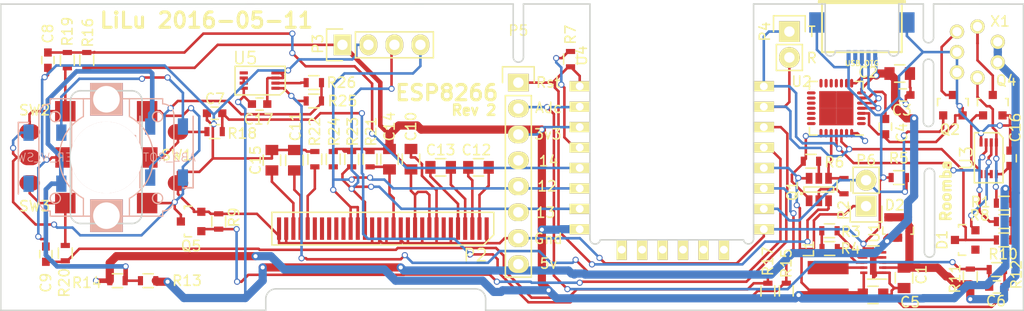
<source format=kicad_pcb>
(kicad_pcb (version 20171130) (host pcbnew "(5.1.12)-1")
  (layers (0 F.Cu signal) (31 B.Cu signal) (34 B.Paste user hide) (35 F.Paste user hide) (36 B.SilkS user hide) (37 F.SilkS user hide) (38 B.Mask user hide) (39 F.Mask user hide) (44 Edge.Cuts user))
  (net 0 "")
  (net 1 +3V3)
  (net 2 +12V)
  (net 3 "Net-(L1-Pad1)")
  (net 4 "Net-(C12-Pad1)")
  (net 5 "Net-(C12-Pad2)")
  (net 6 "Net-(C13-Pad1)")
  (net 7 "Net-(C13-Pad2)")
  (net 8 "Net-(C15-Pad1)")
  (net 9 /RXD)
  (net 10 "Net-(D1-Pad2)")
  (net 11 GNDPWR)
  (net 12 /LED)
  (net 13 "Net-(LED1-Pad2)")
  (net 14 "Net-(LED1-Pad1)")
  (net 15 /Roomba_Wake)
  (net 16 "Net-(Q2-Pad3)")
  (net 17 "Net-(Q4-Pad1)")
  (net 18 "Net-(Q4-Pad3)")
  (net 19 /PowerOn)
  (net 20 "Net-(R1-Pad1)")
  (net 21 /RTS)
  (net 22 "Net-(R3-Pad2)")
  (net 23 "Net-(R4-Pad2)")
  (net 24 /DTR)
  (net 25 "Net-(R7-Pad1)")
  (net 26 /RST)
  (net 27 /TXD)
  (net 28 /ADC)
  (net 29 /Switch)
  (net 30 /Enc_B)
  (net 31 /Enc_A)
  (net 32 "Net-(R18-Pad1)")
  (net 33 "Net-(R19-Pad1)")
  (net 34 "Net-(R20-Pad1)")
  (net 35 "Net-(C10-Pad2)")
  (net 36 "Net-(P2-Pad26)")
  (net 37 /SCL)
  (net 38 /SDA)
  (net 39 "Net-(C11-Pad1)")
  (net 40 "Net-(P1-Pad2)")
  (net 41 "Net-(P1-Pad3)")
  (net 42 "Net-(U3-Pad6)")
  (net 43 "Net-(C4-Pad1)")
  (net 44 "Net-(Q1-Pad2)")
  (net 45 "Net-(Q1-Pad5)")
  (net 46 "Net-(LED1-Pad4)")
  (net 47 "Net-(R26-Pad2)")
  (net 48 GND)
  (net 49 /5V)
  (net 50 "Net-(U5-Pad6)")
  (module Resistors_SMD:R_0603 (layer F.Cu) (at 187.77 87.05)
    (fp_text reference R5 (at 0 -1.9) (layer F.SilkS))
    (fp_text value 100k)
    (pad 1 smd rect (at -0.75 0) (size 0.5 0.9) (layers F.Cu F.Paste F.Mask) (net 48 GND))
    (pad 2 smd rect (at 0.75 0) (size 0.5 0.9) (layers F.Cu F.Paste F.Mask) (net 15 /Roomba_Wake))
  )
  (module Resistors_SMD:R_0603 (layer F.Cu) (at 198.06 89.56)
    (fp_text reference R1 (at -2.29 -0.11) (layer F.SilkS))
    (fp_text value 1M)
    (pad 1 smd rect (at -0.75 0) (size 0.5 0.9) (layers F.Cu F.Paste F.Mask) (net 20 "Net-(R1-Pad1)"))
    (pad 2 smd rect (at 0.75 0) (size 0.5 0.9) (layers F.Cu F.Paste F.Mask) (net 1 +3V3))
  )
  (module Resistors_SMD:R_0603 (layer F.Cu) (at 182.41 87.89 270)
    (fp_text reference R2 (at 2.36 0.04 270) (layer F.SilkS))
    (fp_text value 10k)
    (pad 1 smd rect (at -0.75 0 270) (size 0.5 0.9) (layers F.Cu F.Paste F.Mask) (net 21 /RTS))
    (pad 2 smd rect (at 0.75 0 270) (size 0.5 0.9) (layers F.Cu F.Paste F.Mask) (net 44 "Net-(Q1-Pad2)"))
  )
  (module Housings_DFN_QFN:DFN-10-1EP_2x3mm_Pitch0.5mm (layer F.Cu) (at 185.27 95.37 180)
    (fp_text reference U1 (at -0.1 2.92 270) (layer F.SilkS))
    (fp_text value TPS62177)
    (pad 1 smd rect (at -0.925 -1 180) (size 0.7 0.25) (layers F.Cu F.Paste F.Mask) (net 48 GND))
    (pad 2 smd rect (at -0.925 -0.5 180) (size 0.7 0.25) (layers F.Cu F.Paste F.Mask) (net 2 +12V))
    (pad 3 smd rect (at -0.925 0 180) (size 0.7 0.25) (layers F.Cu F.Paste F.Mask) (net 2 +12V))
    (pad 4 smd rect (at -0.925 0.5 180) (size 0.7 0.25) (layers F.Cu F.Paste F.Mask) (net 48 GND))
    (pad 5 smd rect (at -0.925 1 180) (size 0.7 0.25) (layers F.Cu F.Paste F.Mask) (net 48 GND))
    (pad 6 smd rect (at 0.925 1 180) (size 0.7 0.25) (layers F.Cu F.Paste F.Mask) (net 48 GND))
    (pad 7 smd rect (at 0.925 0.5 180) (size 0.7 0.25) (layers F.Cu F.Paste F.Mask) (net 22 "Net-(R3-Pad2)"))
    (pad 8 smd rect (at 0.925 0 180) (size 0.7 0.25) (layers F.Cu F.Paste F.Mask) (net 23 "Net-(R4-Pad2)"))
    (pad 9 smd rect (at 0.925 -0.5 180) (size 0.7 0.25) (layers F.Cu F.Paste F.Mask) (net 3 "Net-(L1-Pad1)"))
    (pad 10 smd rect (at 0.925 -1 180) (size 0.7 0.25) (layers F.Cu F.Paste F.Mask) (net 1 +3V3))
    (pad 11 smd rect (at 0 0.6 180) (size 0.64 1.2) (layers F.Cu F.Paste F.Mask) (net 48 GND))
    (pad 11 smd rect (at 0 -0.6 180) (size 0.64 1.2) (layers F.Cu F.Paste F.Mask) (net 48 GND))
  )
  (module TO_SOT_Packages_SMD:SOT-23 (layer F.Cu) (at 194.26 93.16 90)
    (fp_text reference D1 (at 0 -2.25 90) (layer F.SilkS))
    (fp_text value MMBD717LT1G)
    (pad 1 smd rect (at -0.95 1.00076 90) (size 0.8001 0.8001) (layers F.Cu F.Paste F.Mask))
    (pad 2 smd rect (at 0.95 1.00076 90) (size 0.8001 0.8001) (layers F.Cu F.Paste F.Mask) (net 10 "Net-(D1-Pad2)"))
    (pad 3 smd rect (at 0 -0.99822 90) (size 0.8001 0.8001) (layers F.Cu F.Paste F.Mask) (net 9 /RXD))
  )
  (module LEDs:LED_WS2812B-PLCC4 (layer B.Cu) (at 116.17 84.55 270)
    (fp_text reference LED1 (at 0 3.5 270) (layer B.SilkS) (effects (justify mirror)))
    (fp_text value WS2812B)
    (pad 3 smd rect (at 2.5 -1.6 270) (size 1.6 1) (layers B.Cu B.Paste B.Mask) (net 11 GNDPWR))
    (pad 4 smd rect (at 2.5 1.6 270) (size 1.6 1) (layers B.Cu B.Paste B.Mask) (net 46 "Net-(LED1-Pad4)"))
    (pad 2 smd rect (at -2.5 -1.6 270) (size 1.6 1) (layers B.Cu B.Paste B.Mask) (net 13 "Net-(LED1-Pad2)"))
    (pad 1 smd rect (at -2.5 1.6 270) (size 1.6 1) (layers B.Cu B.Paste B.Mask) (net 14 "Net-(LED1-Pad1)"))
  )
  (module LEDs:LED_WS2812B-PLCC4 (layer B.Cu) (at 104.28 85.15 90)
    (fp_text reference LED2 (at 0 3.5 90) (layer B.SilkS) (effects (justify mirror)))
    (fp_text value WS2812B)
    (pad 3 smd rect (at 2.5 -1.6 90) (size 1.6 1) (layers B.Cu B.Paste B.Mask) (net 11 GNDPWR))
    (pad 4 smd rect (at 2.5 1.6 90) (size 1.6 1) (layers B.Cu B.Paste B.Mask) (net 13 "Net-(LED1-Pad2)"))
    (pad 2 smd rect (at -2.5 -1.6 90) (size 1.6 1) (layers B.Cu B.Paste B.Mask))
    (pad 1 smd rect (at -2.5 1.6 90) (size 1.6 1) (layers B.Cu B.Paste B.Mask) (net 14 "Net-(LED1-Pad1)"))
  )
  (module TO_SOT_Packages_SMD:SOT-23 (layer F.Cu) (at 193.06 79.96)
    (fp_text reference Q2 (at -0.29 2.39) (layer F.SilkS))
    (fp_text value 2N7002)
    (pad 1 smd rect (at -0.95 1.00076) (size 0.8001 0.8001) (layers F.Cu F.Paste F.Mask) (net 15 /Roomba_Wake))
    (pad 2 smd rect (at 0.95 1.00076) (size 0.8001 0.8001) (layers F.Cu F.Paste F.Mask) (net 48 GND))
    (pad 3 smd rect (at 0 -0.99822) (size 0.8001 0.8001) (layers F.Cu F.Paste F.Mask) (net 16 "Net-(Q2-Pad3)"))
  )
  (module TO_SOT_Packages_SMD:SOT-23 (layer F.Cu) (at 196.96 79.96)
    (fp_text reference Q4 (at 1.31 -2.41) (layer F.SilkS))
    (fp_text value 2N7002)
    (pad 1 smd rect (at -0.95 1.00076) (size 0.8001 0.8001) (layers F.Cu F.Paste F.Mask) (net 17 "Net-(Q4-Pad1)"))
    (pad 2 smd rect (at 0.95 1.00076) (size 0.8001 0.8001) (layers F.Cu F.Paste F.Mask) (net 48 GND))
    (pad 3 smd rect (at 0 -0.99822) (size 0.8001 0.8001) (layers F.Cu F.Paste F.Mask) (net 18 "Net-(Q4-Pad3)"))
  )
  (module TO_SOT_Packages_SMD:SOT-23 (layer F.Cu) (at 118.568 91.35 90)
    (fp_text reference Q5 (at -2.4 0.00178 180) (layer F.SilkS))
    (fp_text value 2N7002)
    (pad 1 smd rect (at -0.95 1.00076 90) (size 0.8001 0.8001) (layers F.Cu F.Paste F.Mask) (net 19 /PowerOn))
    (pad 2 smd rect (at 0.95 1.00076 90) (size 0.8001 0.8001) (layers F.Cu F.Paste F.Mask) (net 48 GND))
    (pad 3 smd rect (at 0 -0.99822 90) (size 0.8001 0.8001) (layers F.Cu F.Paste F.Mask) (net 11 GNDPWR))
  )
  (module Resistors_SMD:R_0603 (layer F.Cu) (at 180.99 92.26)
    (fp_text reference R3 (at 2.09 0.1) (layer F.SilkS))
    (fp_text value 100k)
    (pad 1 smd rect (at -0.75 0) (size 0.5 0.9) (layers F.Cu F.Paste F.Mask) (net 1 +3V3))
    (pad 2 smd rect (at 0.75 0) (size 0.5 0.9) (layers F.Cu F.Paste F.Mask) (net 22 "Net-(R3-Pad2)"))
  )
  (module Resistors_SMD:R_0603 (layer F.Cu) (at 181.01 94)
    (fp_text reference R4 (at 2.03 0) (layer F.SilkS))
    (fp_text value 100k)
    (pad 1 smd rect (at -0.75 0) (size 0.5 0.9) (layers F.Cu F.Paste F.Mask) (net 1 +3V3))
    (pad 2 smd rect (at 0.75 0) (size 0.5 0.9) (layers F.Cu F.Paste F.Mask) (net 23 "Net-(R4-Pad2)"))
  )
  (module Resistors_SMD:R_0603 (layer F.Cu) (at 179.18 85.45)
    (fp_text reference R6 (at 2.29 0.1) (layer F.SilkS))
    (fp_text value 10k)
    (pad 1 smd rect (at -0.75 0) (size 0.5 0.9) (layers F.Cu F.Paste F.Mask) (net 24 /DTR))
    (pad 2 smd rect (at 0.75 0) (size 0.5 0.9) (layers F.Cu F.Paste F.Mask) (net 45 "Net-(Q1-Pad5)"))
  )
  (module Resistors_SMD:R_0603 (layer F.Cu) (at 155.67 75.45 270)
    (fp_text reference R7 (at -2.4 0 270) (layer F.SilkS))
    (fp_text value 10k)
    (pad 1 smd rect (at -0.75 0 270) (size 0.5 0.9) (layers F.Cu F.Paste F.Mask) (net 25 "Net-(R7-Pad1)"))
    (pad 2 smd rect (at 0.75 0 270) (size 0.5 0.9) (layers F.Cu F.Paste F.Mask) (net 26 /RST))
  )
  (module Resistors_SMD:R_0603 (layer F.Cu) (at 198.06 91.36 180)
    (fp_text reference R8 (at 2.39 0.61 180) (layer F.SilkS))
    (fp_text value 100k)
    (pad 1 smd rect (at -0.75 0 180) (size 0.5 0.9) (layers F.Cu F.Paste F.Mask) (net 1 +3V3))
    (pad 2 smd rect (at 0.75 0 180) (size 0.5 0.9) (layers F.Cu F.Paste F.Mask) (net 27 /TXD))
  )
  (module Resistors_SMD:R_0603 (layer F.Cu) (at 121.27 91.35 270)
    (fp_text reference R9 (at -0.4 -1.5 270) (layer F.SilkS))
    (fp_text value 100k)
    (pad 1 smd rect (at -0.75 0 270) (size 0.5 0.9) (layers F.Cu F.Paste F.Mask) (net 48 GND))
    (pad 2 smd rect (at 0.75 0 270) (size 0.5 0.9) (layers F.Cu F.Paste F.Mask) (net 19 /PowerOn))
  )
  (module Resistors_SMD:R_0603 (layer F.Cu) (at 198.06 93.16 180)
    (fp_text reference R10 (at 0.09 -1.39 180) (layer F.SilkS))
    (fp_text value 100k)
    (pad 1 smd rect (at -0.75 0 180) (size 0.5 0.9) (layers F.Cu F.Paste F.Mask) (net 1 +3V3))
    (pad 2 smd rect (at 0.75 0 180) (size 0.5 0.9) (layers F.Cu F.Paste F.Mask) (net 9 /RXD))
  )
  (module Resistors_SMD:R_0603 (layer F.Cu) (at 194.76 96.76 90)
    (fp_text reference R11 (at -0.19 -1.49 90) (layer F.SilkS))
    (fp_text value 470k)
    (pad 1 smd rect (at -0.75 0 90) (size 0.5 0.9) (layers F.Cu F.Paste F.Mask) (net 2 +12V))
    (pad 2 smd rect (at 0.75 0 90) (size 0.5 0.9) (layers F.Cu F.Paste F.Mask) (net 28 /ADC))
  )
  (module Resistors_SMD:R_0603 (layer F.Cu) (at 197.36 96.06)
    (fp_text reference R12 (at 1.91 0.49 90) (layer F.SilkS))
    (fp_text value 18k)
    (pad 1 smd rect (at -0.75 0) (size 0.5 0.9) (layers F.Cu F.Paste F.Mask) (net 28 /ADC))
    (pad 2 smd rect (at 0.75 0) (size 0.5 0.9) (layers F.Cu F.Paste F.Mask) (net 48 GND))
  )
  (module Resistors_SMD:R_0603 (layer F.Cu) (at 114.37 97.15)
    (fp_text reference R13 (at 3.8 0) (layer F.SilkS))
    (fp_text value 0R)
    (pad 1 smd rect (at -0.75 0) (size 0.5 0.9) (layers F.Cu F.Paste F.Mask) (net 14 "Net-(LED1-Pad1)"))
    (pad 2 smd rect (at 0.75 0) (size 0.5 0.9) (layers F.Cu F.Paste F.Mask) (net 49 /5V))
  )
  (module Resistors_SMD:R_0603 (layer F.Cu) (at 111.37 97.15)
    (fp_text reference R14 (at -3 0.2) (layer F.SilkS))
    (fp_text value 0R)
    (pad 1 smd rect (at -0.75 0) (size 0.5 0.9) (layers F.Cu F.Paste F.Mask) (net 1 +3V3))
    (pad 2 smd rect (at 0.75 0) (size 0.5 0.9) (layers F.Cu F.Paste F.Mask) (net 14 "Net-(LED1-Pad1)"))
  )
  (module Resistors_SMD:R_0603 (layer F.Cu) (at 176.77 98.15 270)
    (fp_text reference R15 (at -2.7 0 270) (layer F.SilkS))
    (fp_text value 10k)
    (pad 1 smd rect (at -0.75 0 270) (size 0.5 0.9) (layers F.Cu F.Paste F.Mask) (net 29 /Switch))
    (pad 2 smd rect (at 0.75 0 270) (size 0.5 0.9) (layers F.Cu F.Paste F.Mask) (net 1 +3V3))
  )
  (module Resistors_SMD:R_0603 (layer F.Cu) (at 108.37 75.55 270)
    (fp_text reference R16 (at -2.7 -0.1 270) (layer F.SilkS))
    (fp_text value 10k)
    (pad 1 smd rect (at -0.75 0 270) (size 0.5 0.9) (layers F.Cu F.Paste F.Mask) (net 30 /Enc_B))
    (pad 2 smd rect (at 0.75 0 270) (size 0.5 0.9) (layers F.Cu F.Paste F.Mask) (net 1 +3V3))
  )
  (module Resistors_SMD:R_0603 (layer F.Cu) (at 174.97 98.15 270)
    (fp_text reference R17 (at -2.9 0 270) (layer F.SilkS))
    (fp_text value 10k)
    (pad 1 smd rect (at -0.75 0 270) (size 0.5 0.9) (layers F.Cu F.Paste F.Mask) (net 31 /Enc_A))
    (pad 2 smd rect (at 0.75 0 270) (size 0.5 0.9) (layers F.Cu F.Paste F.Mask) (net 1 +3V3))
  )
  (module Resistors_SMD:R_0603 (layer F.Cu) (at 120.87 82.55)
    (fp_text reference R18 (at 2.7 0.18) (layer F.SilkS))
    (fp_text value 1k)
    (pad 1 smd rect (at -0.75 0) (size 0.5 0.9) (layers F.Cu F.Paste F.Mask) (net 32 "Net-(R18-Pad1)"))
    (pad 2 smd rect (at 0.75 0) (size 0.5 0.9) (layers F.Cu F.Paste F.Mask) (net 29 /Switch))
  )
  (module Resistors_SMD:R_0603 (layer F.Cu) (at 106.47 75.55 90)
    (fp_text reference R19 (at 2.8 0 90) (layer F.SilkS))
    (fp_text value 1k)
    (pad 1 smd rect (at -0.75 0 90) (size 0.5 0.9) (layers F.Cu F.Paste F.Mask) (net 33 "Net-(R19-Pad1)"))
    (pad 2 smd rect (at 0.75 0 90) (size 0.5 0.9) (layers F.Cu F.Paste F.Mask) (net 30 /Enc_B))
  )
  (module Resistors_SMD:R_0603 (layer F.Cu) (at 106.27 94.45 270)
    (fp_text reference R20 (at 2.9 0.1 270) (layer F.SilkS))
    (fp_text value 1k)
    (pad 1 smd rect (at -0.75 0 270) (size 0.5 0.9) (layers F.Cu F.Paste F.Mask) (net 34 "Net-(R20-Pad1)"))
    (pad 2 smd rect (at 0.75 0 270) (size 0.5 0.9) (layers F.Cu F.Paste F.Mask) (net 31 /Enc_A))
  )
  (module Resistors_SMD:R_0603 (layer F.Cu) (at 136.07 85.25 90)
    (fp_text reference R21 (at 2.7 0.1 90) (layer F.SilkS))
    (fp_text value 10k)
    (pad 1 smd rect (at -0.75 0 90) (size 0.5 0.9) (layers F.Cu F.Paste F.Mask) (net 35 "Net-(C10-Pad2)"))
    (pad 2 smd rect (at 0.75 0 90) (size 0.5 0.9) (layers F.Cu F.Paste F.Mask) (net 1 +3V3))
  )
  (module Resistors_SMD:R_0603 (layer F.Cu) (at 130.67 85.25 90)
    (fp_text reference R22 (at 2.7 0 90) (layer F.SilkS))
    (fp_text value 390k)
    (pad 1 smd rect (at -0.75 0 90) (size 0.5 0.9) (layers F.Cu F.Paste F.Mask) (net 36 "Net-(P2-Pad26)"))
    (pad 2 smd rect (at 0.75 0 90) (size 0.5 0.9) (layers F.Cu F.Paste F.Mask) (net 48 GND))
  )
  (module Resistors_SMD:R_0603 (layer F.Cu) (at 134.27 85.25 90)
    (fp_text reference R23 (at 2.7 0.1 90) (layer F.SilkS))
    (fp_text value 10k)
    (pad 1 smd rect (at -0.75 0 90) (size 0.5 0.9) (layers F.Cu F.Paste F.Mask) (net 37 /SCL))
    (pad 2 smd rect (at 0.75 0 90) (size 0.5 0.9) (layers F.Cu F.Paste F.Mask) (net 1 +3V3))
  )
  (module Resistors_SMD:R_0603 (layer F.Cu) (at 132.47 85.25 90)
    (fp_text reference R24 (at 2.7 0.1 90) (layer F.SilkS))
    (fp_text value 10k)
    (pad 1 smd rect (at -0.75 0 90) (size 0.5 0.9) (layers F.Cu F.Paste F.Mask) (net 38 /SDA))
    (pad 2 smd rect (at 0.75 0 90) (size 0.5 0.9) (layers F.Cu F.Paste F.Mask) (net 1 +3V3))
  )
  (module library:UG_62864 (layer F.Cu) (at 137.32 92.05 180)
    (fp_text reference P2 (at -9.05 -2.6 180) (layer F.SilkS) (effects (font (size 1.2 1.2))))
    (fp_text value UG_62864)
    (pad 1 smd rect (at -10.15 0 180) (size 0.4 2.2) (layers F.Cu F.Paste F.Mask) (net 48 GND))
    (pad 2 smd rect (at -9.45 0 180) (size 0.4 2.2) (layers F.Cu F.Paste F.Mask) (net 4 "Net-(C12-Pad1)"))
    (pad 3 smd rect (at -8.75 0 180) (size 0.4 2.2) (layers F.Cu F.Paste F.Mask) (net 5 "Net-(C12-Pad2)"))
    (pad 4 smd rect (at -8.05 0 180) (size 0.4 2.2) (layers F.Cu F.Paste F.Mask) (net 6 "Net-(C13-Pad1)"))
    (pad 5 smd rect (at -7.35 0 180) (size 0.4 2.2) (layers F.Cu F.Paste F.Mask) (net 7 "Net-(C13-Pad2)"))
    (pad 6 smd rect (at -6.65 0 180) (size 0.4 2.2) (layers F.Cu F.Paste F.Mask) (net 48 GND))
    (pad 7 smd rect (at -5.95 0 180) (size 0.4 2.2) (layers F.Cu F.Paste F.Mask))
    (pad 8 smd rect (at -5.25 0 180) (size 0.4 2.2) (layers F.Cu F.Paste F.Mask) (net 48 GND))
    (pad 9 smd rect (at -4.55 0 180) (size 0.4 2.2) (layers F.Cu F.Paste F.Mask) (net 1 +3V3))
    (pad 10 smd rect (at -3.85 0 180) (size 0.4 2.2) (layers F.Cu F.Paste F.Mask) (net 48 GND))
    (pad 11 smd rect (at -3.15 0 180) (size 0.4 2.2) (layers F.Cu F.Paste F.Mask) (net 1 +3V3))
    (pad 12 smd rect (at -2.45 0 180) (size 0.4 2.2) (layers F.Cu F.Paste F.Mask) (net 48 GND))
    (pad 13 smd rect (at -1.75 0 180) (size 0.4 2.2) (layers F.Cu F.Paste F.Mask) (net 48 GND))
    (pad 14 smd rect (at -1.05 0 180) (size 0.4 2.2) (layers F.Cu F.Paste F.Mask) (net 35 "Net-(C10-Pad2)"))
    (pad 15 smd rect (at -0.35 0 180) (size 0.4 2.2) (layers F.Cu F.Paste F.Mask) (net 48 GND))
    (pad 16 smd rect (at 0.35 0 180) (size 0.4 2.2) (layers F.Cu F.Paste F.Mask) (net 48 GND))
    (pad 17 smd rect (at 1.05 0 180) (size 0.4 2.2) (layers F.Cu F.Paste F.Mask) (net 48 GND))
    (pad 18 smd rect (at 1.75 0 180) (size 0.4 2.2) (layers F.Cu F.Paste F.Mask) (net 37 /SCL))
    (pad 19 smd rect (at 2.45 0 180) (size 0.4 2.2) (layers F.Cu F.Paste F.Mask) (net 38 /SDA))
    (pad 20 smd rect (at 3.15 0 180) (size 0.4 2.2) (layers F.Cu F.Paste F.Mask) (net 38 /SDA))
    (pad 21 smd rect (at 3.85 0 180) (size 0.4 2.2) (layers F.Cu F.Paste F.Mask))
    (pad 22 smd rect (at 4.55 0 180) (size 0.4 2.2) (layers F.Cu F.Paste F.Mask))
    (pad 23 smd rect (at 5.25 0 180) (size 0.4 2.2) (layers F.Cu F.Paste F.Mask))
    (pad 24 smd rect (at 5.95 0 180) (size 0.4 2.2) (layers F.Cu F.Paste F.Mask))
    (pad 25 smd rect (at 6.65 0 180) (size 0.4 2.2) (layers F.Cu F.Paste F.Mask))
    (pad 26 smd rect (at 7.35 0 180) (size 0.4 2.2) (layers F.Cu F.Paste F.Mask) (net 36 "Net-(P2-Pad26)"))
    (pad 27 smd rect (at 8.05 0 180) (size 0.4 2.2) (layers F.Cu F.Paste F.Mask) (net 39 "Net-(C11-Pad1)"))
    (pad 28 smd rect (at 8.75 0 180) (size 0.4 2.2) (layers F.Cu F.Paste F.Mask) (net 8 "Net-(C15-Pad1)"))
    (pad 29 smd rect (at 9.45 0 180) (size 0.4 2.2) (layers F.Cu F.Paste F.Mask) (net 48 GND))
    (pad 30 smd rect (at 10.15 0 180) (size 0.4 2.2) (layers F.Cu F.Paste F.Mask) (net 48 GND))
  )
  (module library:ROT_ENC_backside (layer B.Cu) (at 110.29 85.08 90)
    (fp_text reference ROT_ENC1 hide)
    (fp_text value AB2_ROTARY_ENCODER_W_SW (at 0 0) (layer B.SilkS) (effects (font (size 0.8128 0.8128) (thickness 0.0762)) (justify mirror)))
    (pad 1 smd oval (at -2.5 -7.5 90) (size 1.524 2) (layers F.Cu F.Paste F.Mask) (net 34 "Net-(R20-Pad1)"))
    (pad 2 smd oval (at 0 -7.5 90) (size 1.524 2) (layers F.Cu F.Paste F.Mask) (net 11 GNDPWR))
    (pad 3 smd oval (at 2.5 -7.5 90) (size 1.524 2) (layers F.Cu F.Paste F.Mask) (net 33 "Net-(R19-Pad1)"))
    (pad 4 smd oval (at 2.5 7 90) (size 1.524 2) (layers F.Cu F.Paste F.Mask) (net 32 "Net-(R18-Pad1)"))
    (pad 6 smd oval (at -2.5 7 90) (size 1.524 2) (layers F.Cu F.Paste F.Mask) (net 48 GND))
    (pad 7 thru_hole rect (at -5.7 0 90) (size 3.2 3.2) (drill 2.6) (layers *.Cu *.Mask B.SilkS))
    (pad 7 thru_hole rect (at 5.7 0 90) (size 3.2 3.2) (drill 2.6) (layers *.Cu *.Mask B.SilkS))
    (pad "" np_thru_hole circle (at 0 0 90) (size 7 7) (drill 7) (layers *.Cu *.Mask B.SilkS))
  )
  (module library:switch3x6_smd (layer F.Cu) (at 110.29 85.08 180)
    (fp_text reference SW1 (at -6.88 0.23 180) (layer F.SilkS))
    (fp_text value SW_PUSH)
    (pad 2 smd rect (at 4 0 180) (size 2 2) (layers F.Cu F.Paste F.Mask) (net 48 GND))
    (pad 1 smd rect (at -4 0 180) (size 2 2) (layers F.Cu F.Paste F.Mask) (net 32 "Net-(R18-Pad1)"))
  )
  (module library:switch3x6_smd (layer F.Cu) (at 110.27 80.55)
    (fp_text reference SW2 (at -7 -0.1) (layer F.SilkS))
    (fp_text value SW_PUSH)
    (pad 2 smd rect (at 4 0) (size 2 2) (layers F.Cu F.Paste F.Mask) (net 11 GNDPWR))
    (pad 1 smd rect (at -4 0) (size 2 2) (layers F.Cu F.Paste F.Mask) (net 33 "Net-(R19-Pad1)"))
  )
  (module library:switch3x6_smd (layer F.Cu) (at 110.27 89.55)
    (fp_text reference SW3 (at -7 0.3) (layer F.SilkS))
    (fp_text value SW_PUSH)
    (pad 2 smd rect (at 4 0) (size 2 2) (layers F.Cu F.Paste F.Mask) (net 11 GNDPWR))
    (pad 1 smd rect (at -4 0) (size 2 2) (layers F.Cu F.Paste F.Mask) (net 34 "Net-(R20-Pad1)"))
  )
  (module library:MiniDin-7 (layer F.Cu) (at 195.06 74.76 90)
    (fp_text reference X1 (at 3.01 2.61 180) (layer F.SilkS))
    (fp_text value MINI_DIN_7)
    (pad 6 thru_hole oval (at 0 -1.6002 90) (size 1.4 1.4) (drill oval 0.9) (layers *.Cu *.Mask F.SilkS) (net 48 GND))
    (pad 5 thru_hole oval (at 1.9939 -1.6002 90) (size 1.4 1.4) (drill oval 0.9) (layers *.Cu *.Mask F.SilkS) (net 16 "Net-(Q2-Pad3)"))
    (pad 7 thru_hole oval (at -1.9939 -1.6002 90) (size 1.4 1.4) (drill oval 0.9) (layers *.Cu *.Mask F.SilkS) (net 48 GND))
    (pad 1 thru_hole oval (at 1.0033 2.3876 90) (size 1.4 1.4) (drill oval 0.9) (layers *.Cu *.Mask F.SilkS) (net 2 +12V))
    (pad 2 thru_hole oval (at -1.0033 2.3876 90) (size 1.4 1.4) (drill oval 0.9) (layers *.Cu *.Mask F.SilkS) (net 2 +12V))
    (pad 3 thru_hole oval (at 2.5019 0.4064 90) (size 1.4 1.4) (drill oval 0.9) (layers *.Cu *.Mask F.SilkS) (net 18 "Net-(Q4-Pad3)"))
    (pad 4 thru_hole oval (at -2.5019 0.4064 90) (size 1.4 1.4) (drill oval 0.9) (layers *.Cu *.Mask F.SilkS) (net 20 "Net-(R1-Pad1)"))
  )
  (module library:VLS4012ET-100M (layer F.Cu) (at 180.86 97.22 270)
    (fp_text reference L1 (at -3.17 1.89 90) (layer F.SilkS))
    (fp_text value VLS4012ET-100M)
    (pad 2 smd rect (at 1.35 0) (size 4 1.3) (layers F.Cu F.Paste F.Mask) (net 1 +3V3))
    (pad 1 smd rect (at -1.35 0) (size 4 1.3) (layers F.Cu F.Paste F.Mask) (net 3 "Net-(L1-Pad1)"))
  )
  (module library:VSSOP-8 (layer F.Cu) (at 196.56 85.16 180)
    (fp_text reference U3 (at 2.19 0.01 270) (layer F.SilkS) (effects (font (size 1.2 1.2))))
    (fp_text value 74LVC3G14)
    (pad 8 smd rect (at -0.75 -1.55 180) (size 0.3 0.8) (layers F.Cu F.Paste F.Mask) (net 1 +3V3))
    (pad 1 smd rect (at -0.75 1.55 180) (size 0.3 0.8) (layers F.Cu F.Paste F.Mask) (net 20 "Net-(R1-Pad1)"))
    (pad 7 smd rect (at -0.25 -1.55 180) (size 0.3 0.8) (layers F.Cu F.Paste F.Mask) (net 42 "Net-(U3-Pad6)"))
    (pad 2 smd rect (at -0.25 1.55 180) (size 0.3 0.8) (layers F.Cu F.Paste F.Mask) (net 10 "Net-(D1-Pad2)"))
    (pad 6 smd rect (at 0.25 -1.55 180) (size 0.3 0.8) (layers F.Cu F.Paste F.Mask) (net 42 "Net-(U3-Pad6)"))
    (pad 3 smd rect (at 0.25 1.55 180) (size 0.3 0.8) (layers F.Cu F.Paste F.Mask) (net 27 /TXD))
    (pad 5 smd rect (at 0.75 -1.55 180) (size 0.3 0.8) (layers F.Cu F.Paste F.Mask) (net 17 "Net-(Q4-Pad1)"))
    (pad 4 smd rect (at 0.75 1.55 180) (size 0.3 0.8) (layers F.Cu F.Paste F.Mask) (net 48 GND))
  )
  (module Capacitors_SMD:C_0805 (layer F.Cu) (at 188.28 96.87 270)
    (fp_text reference C1 (at -0.32 -1.69 270) (layer F.SilkS))
    (fp_text value 2u2)
    (pad 1 smd rect (at -1 0 270) (size 1 1.25) (layers F.Cu F.Paste F.Mask) (net 2 +12V))
    (pad 2 smd rect (at 1 0 270) (size 1 1.25) (layers F.Cu F.Paste F.Mask) (net 48 GND))
  )
  (module Capacitors_SMD:C_0805 (layer F.Cu) (at 187.86 76.86)
    (fp_text reference C2 (at -3.09 -0.11) (layer F.SilkS))
    (fp_text value 1u)
    (pad 1 smd rect (at -1 0) (size 1 1.25) (layers F.Cu F.Paste F.Mask) (net 49 /5V))
    (pad 2 smd rect (at 1 0) (size 1 1.25) (layers F.Cu F.Paste F.Mask) (net 48 GND))
  )
  (module Capacitors_SMD:C_0603 (layer F.Cu) (at 188.16 78.96)
    (fp_text reference C3 (at -0.09 1.49) (layer F.SilkS))
    (fp_text value 100n)
    (pad 1 smd rect (at -0.75 0) (size 0.8 0.75) (layers F.Cu F.Paste F.Mask) (net 49 /5V))
    (pad 2 smd rect (at 0.75 0) (size 0.8 0.75) (layers F.Cu F.Paste F.Mask) (net 48 GND))
  )
  (module Capacitors_SMD:C_0603 (layer F.Cu) (at 186.46 82.06 270)
    (fp_text reference C4 (at 0.59 -1.61 270) (layer F.SilkS))
    (fp_text value 100n)
    (pad 1 smd rect (at -0.75 0 270) (size 0.8 0.75) (layers F.Cu F.Paste F.Mask) (net 43 "Net-(C4-Pad1)"))
    (pad 2 smd rect (at 0.75 0 270) (size 0.8 0.75) (layers F.Cu F.Paste F.Mask) (net 48 GND))
  )
  (module Capacitors_SMD:C_0805 (layer F.Cu) (at 185.25 98.54)
    (fp_text reference C5 (at 3.62 0.71) (layer F.SilkS))
    (fp_text value 22u)
    (pad 1 smd rect (at -1 0) (size 1 1.25) (layers F.Cu F.Paste F.Mask) (net 1 +3V3))
    (pad 2 smd rect (at 1 0) (size 1 1.25) (layers F.Cu F.Paste F.Mask) (net 48 GND))
  )
  (module Capacitors_SMD:C_0603 (layer F.Cu) (at 197.36 97.76)
    (fp_text reference C6 (at -0.09 1.39) (layer F.SilkS))
    (fp_text value 100n)
    (pad 1 smd rect (at -0.75 0) (size 0.8 0.75) (layers F.Cu F.Paste F.Mask) (net 28 /ADC))
    (pad 2 smd rect (at 0.75 0) (size 0.8 0.75) (layers F.Cu F.Paste F.Mask) (net 48 GND))
  )
  (module Capacitors_SMD:C_0603 (layer F.Cu) (at 120.87 80.75 180)
    (fp_text reference C7 (at -0.03 1.42 180) (layer F.SilkS))
    (fp_text value 100n)
    (pad 1 smd rect (at -0.75 0 180) (size 0.8 0.75) (layers F.Cu F.Paste F.Mask) (net 29 /Switch))
    (pad 2 smd rect (at 0.75 0 180) (size 0.8 0.75) (layers F.Cu F.Paste F.Mask) (net 48 GND))
  )
  (module Capacitors_SMD:C_0603 (layer F.Cu) (at 104.57 75.55 270)
    (fp_text reference C8 (at -2.6 0 270) (layer F.SilkS))
    (fp_text value 100n)
    (pad 1 smd rect (at -0.75 0 270) (size 0.8 0.75) (layers F.Cu F.Paste F.Mask) (net 30 /Enc_B))
    (pad 2 smd rect (at 0.75 0 270) (size 0.8 0.75) (layers F.Cu F.Paste F.Mask) (net 48 GND))
  )
  (module Capacitors_SMD:C_0603 (layer F.Cu) (at 104.37 94.55 90)
    (fp_text reference C9 (at -2.8 0 90) (layer F.SilkS))
    (fp_text value 100n)
    (pad 1 smd rect (at -0.75 0 90) (size 0.8 0.75) (layers F.Cu F.Paste F.Mask) (net 31 /Enc_A))
    (pad 2 smd rect (at 0.75 0 90) (size 0.8 0.75) (layers F.Cu F.Paste F.Mask) (net 48 GND))
  )
  (module Capacitors_SMD:C_0805 (layer F.Cu) (at 137.97 85.25 270)
    (fp_text reference C10 (at -3.2 -2.1 270) (layer F.SilkS))
    (fp_text value 1u)
    (pad 1 smd rect (at -1 0 270) (size 1 1.25) (layers F.Cu F.Paste F.Mask) (net 1 +3V3))
    (pad 2 smd rect (at 1 0 270) (size 1 1.25) (layers F.Cu F.Paste F.Mask) (net 35 "Net-(C10-Pad2)"))
  )
  (module Capacitors_SMD:C_0805 (layer F.Cu) (at 128.67 85.35 90)
    (fp_text reference C11 (at 3.3 0.1 90) (layer F.SilkS))
    (fp_text value 2u2)
    (pad 1 smd rect (at -1 0 90) (size 1 1.25) (layers F.Cu F.Paste F.Mask) (net 39 "Net-(C11-Pad1)"))
    (pad 2 smd rect (at 1 0 90) (size 1 1.25) (layers F.Cu F.Paste F.Mask) (net 48 GND))
  )
  (module Capacitors_SMD:C_0805 (layer F.Cu) (at 146.67 86.05 180)
    (fp_text reference C12 (at 0.2 1.7 180) (layer F.SilkS))
    (fp_text value 1u)
    (pad 1 smd rect (at -1 0 180) (size 1 1.25) (layers F.Cu F.Paste F.Mask) (net 4 "Net-(C12-Pad1)"))
    (pad 2 smd rect (at 1 0 180) (size 1 1.25) (layers F.Cu F.Paste F.Mask) (net 5 "Net-(C12-Pad2)"))
  )
  (module Capacitors_SMD:C_0805 (layer F.Cu) (at 142.97 86.05 180)
    (fp_text reference C13 (at 0 1.7 180) (layer F.SilkS))
    (fp_text value 1u)
    (pad 1 smd rect (at -1 0 180) (size 1 1.25) (layers F.Cu F.Paste F.Mask) (net 6 "Net-(C13-Pad1)"))
    (pad 2 smd rect (at 1 0 180) (size 1 1.25) (layers F.Cu F.Paste F.Mask) (net 7 "Net-(C13-Pad2)"))
  )
  (module Capacitors_SMD:C_0805 (layer F.Cu) (at 140.07 85.25 90)
    (fp_text reference C14 (at 3.2 -2.1 90) (layer F.SilkS))
    (fp_text value 2u2)
    (pad 1 smd rect (at -1 0 90) (size 1 1.25) (layers F.Cu F.Paste F.Mask) (net 1 +3V3))
    (pad 2 smd rect (at 1 0 90) (size 1 1.25) (layers F.Cu F.Paste F.Mask) (net 48 GND))
  )
  (module Capacitors_SMD:C_0805 (layer F.Cu) (at 126.47 85.35 90)
    (fp_text reference C15 (at 0 -1.6 90) (layer F.SilkS))
    (fp_text value 2u2)
    (pad 1 smd rect (at -1 0 90) (size 1 1.25) (layers F.Cu F.Paste F.Mask) (net 8 "Net-(C15-Pad1)"))
    (pad 2 smd rect (at 1 0 90) (size 1 1.25) (layers F.Cu F.Paste F.Mask) (net 48 GND))
  )
  (module library:QFN-28-1EP_5x5mm_Pitch0.5mm (layer F.Cu) (at 181.66 80.26 180)
    (fp_text reference U2 (at 3.39 2.61 180) (layer F.SilkS))
    (fp_text value CP2102)
    (pad 1 smd oval (at -2.45 -1.5 180) (size 0.85 0.3) (layers F.Cu F.Paste F.Mask))
    (pad 2 smd oval (at -2.45 -1 180) (size 0.85 0.3) (layers F.Cu F.Paste F.Mask))
    (pad 3 smd oval (at -2.45 -0.5 180) (size 0.85 0.3) (layers F.Cu F.Paste F.Mask) (net 48 GND))
    (pad 4 smd oval (at -2.45 0 180) (size 0.85 0.3) (layers F.Cu F.Paste F.Mask) (net 41 "Net-(P1-Pad3)"))
    (pad 5 smd oval (at -2.45 0.5 180) (size 0.85 0.3) (layers F.Cu F.Paste F.Mask) (net 40 "Net-(P1-Pad2)"))
    (pad 6 smd oval (at -2.45 1 180) (size 0.85 0.3) (layers F.Cu F.Paste F.Mask) (net 43 "Net-(C4-Pad1)"))
    (pad 7 smd oval (at -2.45 1.5 180) (size 0.85 0.3) (layers F.Cu F.Paste F.Mask) (net 49 /5V))
    (pad 8 smd oval (at -1.5 2.45 270) (size 0.85 0.3) (layers F.Cu F.Paste F.Mask) (net 49 /5V))
    (pad 9 smd oval (at -1 2.45 270) (size 0.85 0.3) (layers F.Cu F.Paste F.Mask))
    (pad 10 smd oval (at -0.5 2.45 270) (size 0.85 0.3) (layers F.Cu F.Paste F.Mask))
    (pad 11 smd oval (at 0 2.45 270) (size 0.85 0.3) (layers F.Cu F.Paste F.Mask))
    (pad 12 smd oval (at 0.5 2.45 270) (size 0.85 0.3) (layers F.Cu F.Paste F.Mask))
    (pad 13 smd oval (at 1 2.45 270) (size 0.85 0.3) (layers F.Cu F.Paste F.Mask))
    (pad 14 smd oval (at 1.5 2.45 270) (size 0.85 0.3) (layers F.Cu F.Paste F.Mask))
    (pad 15 smd oval (at 2.45 1.5 180) (size 0.85 0.3) (layers F.Cu F.Paste F.Mask))
    (pad 16 smd oval (at 2.45 1 180) (size 0.85 0.3) (layers F.Cu F.Paste F.Mask))
    (pad 17 smd oval (at 2.45 0.5 180) (size 0.85 0.3) (layers F.Cu F.Paste F.Mask))
    (pad 18 smd oval (at 2.45 0 180) (size 0.85 0.3) (layers F.Cu F.Paste F.Mask))
    (pad 19 smd oval (at 2.45 -0.5 180) (size 0.85 0.3) (layers F.Cu F.Paste F.Mask))
    (pad 20 smd oval (at 2.45 -1 180) (size 0.85 0.3) (layers F.Cu F.Paste F.Mask))
    (pad 21 smd oval (at 2.45 -1.5 180) (size 0.85 0.3) (layers F.Cu F.Paste F.Mask))
    (pad 22 smd oval (at 1.5 -2.45 270) (size 0.85 0.3) (layers F.Cu F.Paste F.Mask))
    (pad 23 smd oval (at 1 -2.45 270) (size 0.85 0.3) (layers F.Cu F.Paste F.Mask))
    (pad 24 smd oval (at 0.5 -2.45 270) (size 0.85 0.3) (layers F.Cu F.Paste F.Mask) (net 21 /RTS))
    (pad 25 smd oval (at 0 -2.45 270) (size 0.85 0.3) (layers F.Cu F.Paste F.Mask) (net 27 /TXD))
    (pad 26 smd oval (at -0.5 -2.45 270) (size 0.85 0.3) (layers F.Cu F.Paste F.Mask) (net 9 /RXD))
    (pad 27 smd oval (at -1 -2.45 270) (size 0.85 0.3) (layers F.Cu F.Paste F.Mask))
    (pad 28 smd oval (at -1.5 -2.45 270) (size 0.85 0.3) (layers F.Cu F.Paste F.Mask) (net 24 /DTR))
    (pad 29 smd rect (at 0.8375 0.8375 180) (size 1.675 1.675) (layers F.Cu F.Paste F.Mask))
    (pad 29 smd rect (at 0.8375 -0.8375 180) (size 1.675 1.675) (layers F.Cu F.Paste F.Mask))
    (pad 29 smd rect (at -0.8375 0.8375 180) (size 1.675 1.675) (layers F.Cu F.Paste F.Mask))
    (pad 29 smd rect (at -0.8375 -0.8375 180) (size 1.675 1.675) (layers F.Cu F.Paste F.Mask))
  )
  (module Capacitors_SMD:C_0603 (layer F.Cu) (at 198.66 85.16 90)
    (fp_text reference C16 (at 3.01 0.51 90) (layer F.SilkS))
    (fp_text value 100n)
    (pad 1 smd rect (at -0.75 0 90) (size 0.8 0.75) (layers F.Cu F.Paste F.Mask) (net 1 +3V3))
    (pad 2 smd rect (at 0.75 0 90) (size 0.8 0.75) (layers F.Cu F.Paste F.Mask) (net 48 GND))
  )
  (module TO_SOT_Packages_SMD:SOT-23 (layer F.Cu) (at 187.7 91.94 180)
    (fp_text reference D2 (at 0.33 2.19 180) (layer F.SilkS))
    (fp_text value MMBD717LT1G)
    (pad 1 smd rect (at -0.95 1.00076 180) (size 0.8001 0.8001) (layers F.Cu F.Paste F.Mask) (net 2 +12V))
    (pad 2 smd rect (at 0.95 1.00076 180) (size 0.8001 0.8001) (layers F.Cu F.Paste F.Mask) (net 2 +12V))
    (pad 3 smd rect (at 0 -0.99822 180) (size 0.8001 0.8001) (layers F.Cu F.Paste F.Mask) (net 49 /5V))
  )
  (module TO_SOT_Packages_SMD:SOT-23-6 (layer F.Cu) (at 179.95 88.22 90)
    (fp_text reference Q1 (at -0.13 -2.58 90) (layer F.SilkS))
    (fp_text value DMC204010R)
    (pad 1 smd rect (at -1.1 -0.95 90) (size 1.06 0.65) (layers F.Cu F.Paste F.Mask) (net 24 /DTR))
    (pad 2 smd rect (at -1.1 0 90) (size 1.06 0.65) (layers F.Cu F.Paste F.Mask) (net 44 "Net-(Q1-Pad2)"))
    (pad 3 smd rect (at -1.1 0.95 90) (size 1.06 0.65) (layers F.Cu F.Paste F.Mask) (net 26 /RST))
    (pad 4 smd rect (at 1.1 0.95 90) (size 1.06 0.65) (layers F.Cu F.Paste F.Mask) (net 21 /RTS))
    (pad 6 smd rect (at 1.1 -0.95 90) (size 1.06 0.65) (layers F.Cu F.Paste F.Mask) (net 29 /Switch))
    (pad 5 smd rect (at 1.1 0 90) (size 1.06 0.65) (layers F.Cu F.Paste F.Mask) (net 45 "Net-(Q1-Pad5)"))
  )
  (module Capacitors_SMD:C_0603 (layer F.Cu) (at 125.27 79.85)
    (fp_text reference C17 (at -0.1 1.5) (layer F.SilkS))
    (fp_text value 100n)
    (pad 1 smd rect (at -0.75 0) (size 0.8 0.75) (layers F.Cu F.Paste F.Mask) (net 49 /5V))
    (pad 2 smd rect (at 0.75 0) (size 0.8 0.75) (layers F.Cu F.Paste F.Mask) (net 48 GND))
  )
  (module Resistors_SMD:R_0603 (layer F.Cu) (at 130.57 79.55 180)
    (fp_text reference R25 (at -2.8 0 180) (layer F.SilkS))
    (fp_text value 0R)
    (pad 1 smd rect (at -0.75 0 180) (size 0.5 0.9) (layers F.Cu F.Paste F.Mask) (net 46 "Net-(LED1-Pad4)"))
    (pad 2 smd rect (at 0.75 0 180) (size 0.5 0.9) (layers F.Cu F.Paste F.Mask) (net 12 /LED))
  )
  (module Resistors_SMD:R_0603 (layer F.Cu) (at 130.57 77.75 180)
    (fp_text reference R26 (at -2.7 0 180) (layer F.SilkS))
    (fp_text value 0R)
    (pad 1 smd rect (at -0.75 0 180) (size 0.5 0.9) (layers F.Cu F.Paste F.Mask) (net 46 "Net-(LED1-Pad4)"))
    (pad 2 smd rect (at 0.75 0 180) (size 0.5 0.9) (layers F.Cu F.Paste F.Mask) (net 47 "Net-(R26-Pad2)"))
  )
  (module Pin_Headers:Pin_Header_Straight_1x04 (layer F.Cu) (at 133.37 74.05 90)
    (fp_text reference P3 (at 0.1 -2.4 90) (layer F.SilkS))
    (fp_text value CONN_01X04)
    (pad 1 thru_hole rect (at 0 0 90) (size 2.032 1.7272) (drill 1.016) (layers *.Cu *.Mask F.SilkS) (net 1 +3V3))
    (pad 2 thru_hole oval (at 0 2.54 90) (size 2.032 1.7272) (drill 1.016) (layers *.Cu *.Mask F.SilkS) (net 48 GND))
    (pad 3 thru_hole oval (at 0 5.08 90) (size 2.032 1.7272) (drill 1.016) (layers *.Cu *.Mask F.SilkS) (net 37 /SCL))
    (pad 4 thru_hole oval (at 0 7.62 90) (size 2.032 1.7272) (drill 1.016) (layers *.Cu *.Mask F.SilkS) (net 38 /SDA))
  )
  (module library:VSSOP-8 (layer F.Cu) (at 125.27 77.55 90)
    (fp_text reference U5 (at 2.2 -1.4 180) (layer F.SilkS) (effects (font (size 1.2 1.2))))
    (fp_text value 74LVC3G14)
    (pad 8 smd rect (at -0.75 -1.55 90) (size 0.3 0.8) (layers F.Cu F.Paste F.Mask) (net 49 /5V))
    (pad 1 smd rect (at -0.75 1.55 90) (size 0.3 0.8) (layers F.Cu F.Paste F.Mask) (net 12 /LED))
    (pad 7 smd rect (at -0.25 -1.55 90) (size 0.3 0.8) (layers F.Cu F.Paste F.Mask) (net 50 "Net-(U5-Pad6)"))
    (pad 2 smd rect (at -0.25 1.55 90) (size 0.3 0.8) (layers F.Cu F.Paste F.Mask) (net 47 "Net-(R26-Pad2)"))
    (pad 6 smd rect (at 0.25 -1.55 90) (size 0.3 0.8) (layers F.Cu F.Paste F.Mask) (net 50 "Net-(U5-Pad6)"))
    (pad 3 smd rect (at 0.25 1.55 90) (size 0.3 0.8) (layers F.Cu F.Paste F.Mask) (net 48 GND))
    (pad 5 smd rect (at 0.75 -1.55 90) (size 0.3 0.8) (layers F.Cu F.Paste F.Mask))
    (pad 4 smd rect (at 0.75 1.55 90) (size 0.3 0.8) (layers F.Cu F.Paste F.Mask) (net 48 GND))
  )
  (module Pin_Headers:Pin_Header_Straight_1x02 (layer F.Cu) (at 177.07 72.75)
    (fp_text reference P4 (at -2.4 0 90) (layer F.SilkS))
    (fp_text value CONN_01X02)
    (pad 1 thru_hole rect (at 0 0) (size 2.032 2.032) (drill 1.016) (layers *.Cu *.Mask F.SilkS) (net 27 /TXD))
    (pad 2 thru_hole oval (at 0 2.54) (size 2.032 2.032) (drill 1.016) (layers *.Cu *.Mask F.SilkS) (net 9 /RXD))
  )
  (module Pin_Headers:Pin_Header_Straight_1x02 (layer F.Cu) (at 184.57 89.85 180)
    (fp_text reference P6 (at 0 4.5 180) (layer F.SilkS))
    (fp_text value CONN_01X02)
    (pad 1 thru_hole rect (at 0 0 180) (size 2.032 2.032) (drill 1.016) (layers *.Cu *.Mask F.SilkS) (net 29 /Switch))
    (pad 2 thru_hole oval (at 0 2.54 180) (size 2.032 2.032) (drill 1.016) (layers *.Cu *.Mask F.SilkS) (net 15 /Roomba_Wake))
  )
  (module library:conn_usb_B_micro_smd-backside (layer F.Cu) (at 184.16 71.86 180)
    (fp_text reference P1 (at 0 2.60096 180) (layer F.SilkS) (effects (font (size 0.50038 0.50038) (thickness 0.09906))))
    (fp_text value USB_OTG (at 0 -4.0005 180) (layer F.SilkS) (effects (font (size 0.50038 0.50038) (thickness 0.09906))))
    (pad 6 smd rect (at 4.4 0 180) (size 1.5 2) (layers B.Cu B.Paste B.Mask) (net 48 GND))
    (pad 6 smd rect (at -4.4 0 180) (size 1.5 2) (layers B.Cu B.Paste B.Mask) (net 48 GND))
    (pad 1 smd rect (at -1.30048 -3.37462 180) (size 0.39878 1.34874) (layers B.Cu B.Paste B.Mask) (net 49 /5V))
    (pad 2 smd rect (at -0.6477 -3.37462 180) (size 0.39878 1.34874) (layers B.Cu B.Paste B.Mask) (net 40 "Net-(P1-Pad2)"))
    (pad 3 smd rect (at 0 -3.37462 180) (size 0.39878 1.34874) (layers B.Cu B.Paste B.Mask) (net 41 "Net-(P1-Pad3)"))
    (pad 4 smd rect (at 0.6477 -3.37462 180) (size 0.39878 1.34874) (layers B.Cu B.Paste B.Mask))
    (pad 5 smd rect (at 1.30048 -3.37462 180) (size 0.39878 1.34874) (layers B.Cu B.Paste B.Mask) (net 48 GND))
  )
  (module library:ESP-12E_SideMounted (layer F.Cu) (at 157.57 78.11)
    (fp_text reference U4 (at -0.8 -3 90) (layer F.SilkS))
    (fp_text value ESP-12E)
    (pad 9 thru_hole rect (at 3.1 16) (size 1 2) (drill 0.762) (layers *.Cu *.Mask F.SilkS))
    (pad 10 thru_hole rect (at 5.1 16) (size 1 2) (drill 0.762) (layers *.Cu *.Mask F.SilkS))
    (pad 11 thru_hole rect (at 7.1 16) (size 1 2) (drill 0.762) (layers *.Cu *.Mask F.SilkS))
    (pad 12 thru_hole rect (at 9.1 16) (size 1 2) (drill 0.762) (layers *.Cu *.Mask F.SilkS))
    (pad 13 thru_hole rect (at 11.1 16) (size 1 2) (drill 0.762) (layers *.Cu *.Mask F.SilkS))
    (pad 14 thru_hole rect (at 13.1 16) (size 1 2) (drill 0.762) (layers *.Cu *.Mask F.SilkS))
    (pad 1 thru_hole rect (at -1 0) (size 2 1) (drill 0.762) (layers *.Cu *.Mask F.SilkS) (net 26 /RST))
    (pad 2 thru_hole rect (at -1 2) (size 2 1) (drill 0.762) (layers *.Cu *.Mask F.SilkS) (net 28 /ADC))
    (pad 3 thru_hole rect (at -1 4) (size 2 1) (drill 0.762) (layers *.Cu *.Mask F.SilkS))
    (pad 4 thru_hole rect (at -1 6) (size 2 1) (drill 0.762) (layers *.Cu *.Mask F.SilkS) (net 25 "Net-(R7-Pad1)"))
    (pad 5 thru_hole rect (at -1 8) (size 2 1) (drill 0.762) (layers *.Cu *.Mask F.SilkS) (net 30 /Enc_B))
    (pad 6 thru_hole rect (at -1 10) (size 2 1) (drill 0.762) (layers *.Cu *.Mask F.SilkS) (net 38 /SDA))
    (pad 7 thru_hole rect (at -1 12) (size 2 1) (drill 0.762) (layers *.Cu *.Mask F.SilkS) (net 37 /SCL))
    (pad 8 thru_hole rect (at -1 14) (size 2 1) (drill 0.762) (layers *.Cu *.Mask F.SilkS) (net 1 +3V3))
    (pad 15 thru_hole rect (at 17 14) (size 2 1) (drill 0.762) (layers *.Cu *.Mask F.SilkS) (net 48 GND))
    (pad 16 thru_hole rect (at 17 12) (size 2 1) (drill 0.762) (layers *.Cu *.Mask F.SilkS) (net 15 /Roomba_Wake))
    (pad 17 thru_hole rect (at 17 10) (size 2 1) (drill 0.762) (layers *.Cu *.Mask F.SilkS) (net 31 /Enc_A))
    (pad 18 thru_hole rect (at 17 8) (size 2 1) (drill 0.762) (layers *.Cu *.Mask F.SilkS) (net 29 /Switch))
    (pad 19 thru_hole rect (at 17 6) (size 2 1) (drill 0.762) (layers *.Cu *.Mask F.SilkS) (net 12 /LED))
    (pad 20 thru_hole rect (at 17 4) (size 2 1) (drill 0.762) (layers *.Cu *.Mask F.SilkS) (net 19 /PowerOn))
    (pad 21 thru_hole rect (at 17 2) (size 2 1) (drill 0.762) (layers *.Cu *.Mask F.SilkS) (net 9 /RXD))
    (pad 22 thru_hole rect (at 17 0) (size 2 1) (drill 0.762) (layers *.Cu *.Mask F.SilkS) (net 27 /TXD))
  )
  (module Pin_Headers:Pin_Header_Straight_1x08 (layer F.Cu) (at 150.57 77.75)
    (fp_text reference P5 (at 0 -5.1) (layer F.SilkS))
    (fp_text value CONN_01X08)
    (pad 1 thru_hole rect (at 0 0) (size 2.032 1.7272) (drill 1.016) (layers *.Cu *.Mask F.SilkS) (net 26 /RST))
    (pad 2 thru_hole oval (at 0 2.54) (size 2.032 1.7272) (drill 1.016) (layers *.Cu *.Mask F.SilkS) (net 28 /ADC))
    (pad 3 thru_hole oval (at 0 5.08) (size 2.032 1.7272) (drill 1.016) (layers *.Cu *.Mask F.SilkS) (net 1 +3V3))
    (pad 4 thru_hole oval (at 0 7.62) (size 2.032 1.7272) (drill 1.016) (layers *.Cu *.Mask F.SilkS) (net 30 /Enc_B))
    (pad 5 thru_hole oval (at 0 10.16) (size 2.032 1.7272) (drill 1.016) (layers *.Cu *.Mask F.SilkS) (net 38 /SDA))
    (pad 6 thru_hole oval (at 0 12.7) (size 2.032 1.7272) (drill 1.016) (layers *.Cu *.Mask F.SilkS) (net 37 /SCL))
    (pad 7 thru_hole oval (at 0 15.24) (size 2.032 1.7272) (drill 1.016) (layers *.Cu *.Mask F.SilkS) (net 48 GND))
    (pad 8 thru_hole oval (at 0 17.78) (size 2.032 1.7272) (drill 1.016) (layers *.Cu *.Mask F.SilkS) (net 49 /5V))
  )
  (gr_text R (at 179.26 75.34) (layer F.SilkS) (effects (font (size 1 1))))
  (gr_text T (at 179.26 72.77) (layer F.SilkS) (effects (font (size 1 1))))
  (gr_text 5v (at 153.52 95.47) (layer F.SilkS) (effects (font (size 1 1))))
  (gr_text Gnd (at 153.5 93.04) (layer F.SilkS) (effects (font (size 1 1))))
  (gr_text 13 (at 153.23 90.48) (layer F.SilkS) (effects (font (size 1 1))))
  (gr_text 12 (at 153.38 87.9) (layer F.SilkS) (effects (font (size 1 1))))
  (gr_text 14 (at 153.52 85.44) (layer F.SilkS) (effects (font (size 1 1))))
  (gr_text 3v3 (at 153.46 82.81) (layer F.SilkS) (effects (font (size 1 1))))
  (gr_text Adc (at 153.52 80.21) (layer F.SilkS) (effects (font (size 1 1))))
  (gr_text Rst (at 153.49 77.74) (layer F.SilkS) (effects (font (size 1 1))))
  (gr_text "Rev 2" (at 146.23 80.45) (layer F.SilkS) (effects (font (size 1 1) (thickness 0.25))))
  (gr_text Roomba (at 192.37 88.35 90) (layer F.SilkS) (effects (font (size 1 1) (thickness 0.25))))
  (gr_text ESP8266 (at 143.57 78.75) (layer F.SilkS) (effects (font (size 1.5 1.5) (thickness 0.3))))
  (gr_text "LiLu 2016-05-11" (at 120.07 71.65) (layer F.SilkS) (effects (font (size 1.5 1.5) (thickness 0.3))))
  (gr_arc (start 158.08 93.05) (end 158.58 93.15) (angle 168.6900675) (layer Edge.Cuts) (width 0.15))
  (gr_arc (start 173.07 93.05) (end 173.57 93.05) (angle 168.6900675) (layer Edge.Cuts) (width 0.15))
  (gr_arc (start 181.07 74.65) (end 181.57 74.65) (angle 180) (layer Edge.Cuts) (width 0.15))
  (gr_arc (start 187.27 74.65) (end 187.77 74.65) (angle 180) (layer Edge.Cuts) (width 0.15))
  (gr_arc (start 146.37 98.95) (end 146.37 97.95) (angle 90) (layer Edge.Cuts) (width 0.15))
  (gr_arc (start 126.87 98.95) (end 125.87 98.95) (angle 90) (layer Edge.Cuts) (width 0.15))
  (gr_arc (start 150.57 75.25) (end 151.07 75.25) (angle 180) (layer Edge.Cuts) (width 0.15))
  (gr_arc (start 190.77 94.35) (end 191.27 94.35) (angle 180) (layer Edge.Cuts) (width 0.15))
  (gr_arc (start 190.77 86.65) (end 190.27 86.65) (angle 180) (layer Edge.Cuts) (width 0.15))
  (gr_arc (start 190.67 73.35) (end 191.17 73.35) (angle 180) (layer Edge.Cuts) (width 0.15))
  (gr_arc (start 190.67 75.95) (end 190.17 75.95) (angle 180) (layer Edge.Cuts) (width 0.15))
  (gr_arc (start 190.67 81.55) (end 191.17 81.55) (angle 180) (layer Edge.Cuts) (width 0.15))
  (gr_arc (start 107.77 90.55) (end 107.77 91.55) (angle 90) (layer Edge.Cuts) (width 0.15))
  (gr_arc (start 112.77 90.55) (end 113.77 90.55) (angle 90) (layer Edge.Cuts) (width 0.15))
  (gr_arc (start 112.77 79.55) (end 112.77 78.55) (angle 90) (layer Edge.Cuts) (width 0.15))
  (gr_arc (start 107.77 79.55) (end 106.77 79.55) (angle 90) (layer Edge.Cuts) (width 0.15))
  (gr_line (start 125.87 100.05) (end 99.96 100.06) (layer Edge.Cuts) (width 0.15))
  (gr_line (start 125.87 98.95) (end 125.87 100.05) (layer Edge.Cuts) (width 0.15))
  (gr_line (start 146.37 97.95) (end 126.87 97.95) (layer Edge.Cuts) (width 0.15))
  (gr_line (start 147.37 98.95) (end 147.37 100.05) (layer Edge.Cuts) (width 0.15))
  (gr_line (start 151.07 70.05) (end 157.57 70.05) (layer Edge.Cuts) (width 0.15))
  (gr_line (start 150.07 75.25) (end 150.07 70.05) (layer Edge.Cuts) (width 0.15))
  (gr_line (start 151.07 75.25) (end 151.07 70.05) (layer Edge.Cuts) (width 0.15))
  (gr_line (start 180.57 70.05) (end 173.57 70.05) (layer Edge.Cuts) (width 0.15))
  (gr_line (start 157.57 93.05) (end 157.57 70.05) (layer Edge.Cuts) (width 0.15))
  (gr_line (start 172.58 93.15) (end 158.58 93.15) (layer Edge.Cuts) (width 0.15))
  (gr_line (start 173.57 70.05) (end 173.57 93.05) (layer Edge.Cuts) (width 0.15))
  (gr_line (start 187.77 70.05) (end 190.17 70.05) (layer Edge.Cuts) (width 0.15))
  (gr_line (start 180.57 74.65) (end 180.57 70.05) (layer Edge.Cuts) (width 0.15))
  (gr_line (start 186.77 74.65) (end 181.57 74.65) (layer Edge.Cuts) (width 0.15))
  (gr_line (start 187.77 70.05) (end 187.77 74.65) (layer Edge.Cuts) (width 0.15))
  (gr_line (start 199.96 70.06) (end 191.17 70.05) (layer Edge.Cuts) (width 0.15))
  (gr_line (start 191.17 73.35) (end 191.17 70.05) (layer Edge.Cuts) (width 0.15))
  (gr_line (start 190.17 73.35) (end 190.17 70.05) (layer Edge.Cuts) (width 0.15))
  (gr_line (start 191.17 81.55) (end 191.17 75.95) (layer Edge.Cuts) (width 0.15))
  (gr_line (start 190.17 75.95) (end 190.17 81.55) (layer Edge.Cuts) (width 0.15))
  (gr_line (start 190.27 86.65) (end 190.27 94.35) (layer Edge.Cuts) (width 0.15))
  (gr_line (start 191.27 94.35) (end 191.27 86.65) (layer Edge.Cuts) (width 0.15))
  (gr_line (start 106.77 90.55) (end 106.77 79.55) (layer Edge.Cuts) (width 0.15))
  (gr_line (start 112.77 91.55) (end 107.77 91.55) (layer Edge.Cuts) (width 0.15))
  (gr_line (start 113.77 79.55) (end 113.77 90.55) (layer Edge.Cuts) (width 0.15))
  (gr_line (start 107.77 78.55) (end 112.77 78.55) (layer Edge.Cuts) (width 0.15))
  (gr_line (start 99.96 70.06) (end 99.96 100.06) (angle 90) (layer Edge.Cuts) (width 0.15))
  (gr_line (start 150.07 70.05) (end 99.96 70.06) (angle 90) (layer Edge.Cuts) (width 0.15))
  (gr_line (start 199.96 100.06) (end 199.96 70.06) (angle 90) (layer Edge.Cuts) (width 0.15))
  (gr_line (start 147.37 100.05) (end 199.96 100.06) (angle 90) (layer Edge.Cuts) (width 0.15))
  (segment (start 135.57 84.25) (end 133.47 84.25) (width 0.25) (layer F.Cu) (net 1))
  (segment (start 137.97 84.25) (end 135.57 84.25) (width 0.25) (layer F.Cu) (net 1))
  (segment (start 137.97 82.85) (end 137.97 84.25) (width 0.8) (layer F.Cu) (net 1))
  (segment (start 152.87 82.35) (end 141.07 82.35) (width 0.8) (layer F.Cu) (net 1))
  (segment (start 141.07 82.35) (end 140.67 81.95) (width 0.8) (layer F.Cu) (net 1))
  (segment (start 140.67 81.95) (end 138.87 81.95) (width 0.8) (layer F.Cu) (net 1))
  (segment (start 138.87 81.95) (end 137.97 82.85) (width 0.8) (layer F.Cu) (net 1))
  (segment (start 179.51 98.57) (end 177.98 98.57) (width 0.8) (layer F.Cu) (net 1))
  (segment (start 177.98 98.57) (end 177.97 98.56) (width 0.8) (layer F.Cu) (net 1))
  (segment (start 180.86 98.57) (end 179.51 98.57) (width 0.8) (layer F.Cu) (net 1))
  (segment (start 198.81 91.36) (end 198.67 91.36) (width 0.25) (layer F.Cu) (net 1))
  (segment (start 198.67 91.36) (end 198.66 91.35) (width 0.25) (layer F.Cu) (net 1))
  (segment (start 198.81 93.16) (end 198.81 91.36) (width 0.25) (layer F.Cu) (net 1))
  (segment (start 176.77 98.9) (end 177.63 98.9) (width 0.25) (layer F.Cu) (net 1))
  (segment (start 174.97 98.9) (end 176.77 98.9) (width 0.25) (layer F.Cu) (net 1))
  (segment (start 177.63 98.9) (end 177.97 98.56) (width 0.25) (layer F.Cu) (net 1))
  (segment (start 153.53 98.0898) (end 149.03 98.0898) (width 0.8) (layer B.Cu) (net 1))
  (segment (start 149.03 98.0898) (end 148.87 98.25) (width 0.8) (layer B.Cu) (net 1))
  (segment (start 148.87 98.25) (end 148.17 98.25) (width 0.8) (layer B.Cu) (net 1))
  (segment (start 148.17 98.25) (end 147.07 97.15) (width 0.8) (layer B.Cu) (net 1))
  (segment (start 147.07 97.15) (end 138.57 97.15) (width 0.8) (layer B.Cu) (net 1))
  (segment (start 138.57 97.15) (end 137.47 96.05) (width 0.8) (layer B.Cu) (net 1))
  (segment (start 137.47 96.05) (end 127.67 96.05) (width 0.8) (layer B.Cu) (net 1))
  (segment (start 127.67 96.05) (end 126.37 94.75) (width 0.8) (layer B.Cu) (net 1))
  (segment (start 126.37 94.75) (end 124.87 94.75) (width 0.8) (layer B.Cu) (net 1))
  (segment (start 177.97 98.56) (end 177.655 98.875) (width 0.8) (layer B.Cu) (net 1))
  (segment (start 177.655 98.875) (end 154.315 98.875) (width 0.8) (layer B.Cu) (net 1))
  (segment (start 154.315 98.875) (end 153.83 98.3898) (width 0.8) (layer B.Cu) (net 1))
  (segment (start 153.83 98.3898) (end 153.53 98.0898) (width 0.8) (layer B.Cu) (net 1))
  (segment (start 197.31 86.71) (end 197.86 86.71) (width 0.25) (layer F.Cu) (net 1))
  (segment (start 197.86 86.71) (end 198.66 85.91) (width 0.25) (layer F.Cu) (net 1))
  (segment (start 198.66 85.91) (end 198.66 88.15) (width 0.25) (layer F.Cu) (net 1))
  (segment (start 133.47 84.25) (end 132.72 84.25) (width 0.25) (layer F.Cu) (net 1))
  (segment (start 132.72 84.25) (end 132.47 84.5) (width 0.25) (layer F.Cu) (net 1))
  (segment (start 140.07 86.25) (end 140.07 88.35) (width 0.25) (layer F.Cu) (net 1))
  (segment (start 140.07 88.35) (end 140.47 88.75) (width 0.25) (layer F.Cu) (net 1))
  (segment (start 140.47 88.75) (end 140.47 92.05) (width 0.25) (layer F.Cu) (net 1))
  (segment (start 140.07 86.25) (end 139.945 86.25) (width 0.25) (layer F.Cu) (net 1))
  (segment (start 139.945 86.25) (end 137.97 84.275) (width 0.25) (layer F.Cu) (net 1))
  (segment (start 137.97 84.275) (end 137.97 84.25) (width 0.25) (layer F.Cu) (net 1))
  (segment (start 198.66 93.01) (end 198.81 93.16) (width 0.25) (layer F.Cu) (net 1))
  (segment (start 198.2 88.14) (end 198.624 88.14) (width 0.25) (layer F.Cu) (net 1))
  (segment (start 198.624 88.14) (end 198.634 88.15) (width 0.25) (layer F.Cu) (net 1))
  (segment (start 198.634 88.15) (end 198.66 88.15) (width 0.25) (layer F.Cu) (net 1))
  (segment (start 198.81 89.56) (end 198.77 89.56) (width 0.25) (layer F.Cu) (net 1))
  (segment (start 198.77 89.56) (end 198.66 89.45) (width 0.25) (layer F.Cu) (net 1))
  (segment (start 198.66 89.45) (end 198.66 88.15) (width 0.25) (layer F.Cu) (net 1))
  (segment (start 198.81 91.36) (end 198.81 89.56) (width 0.25) (layer F.Cu) (net 1))
  (segment (start 156.57 92.11) (end 154.77 92.11) (width 0.8) (layer B.Cu) (net 1))
  (segment (start 154.77 92.11) (end 154.73 92.15) (width 0.8) (layer B.Cu) (net 1))
  (segment (start 154.73 92.15) (end 152.87 92.15) (width 0.8) (layer B.Cu) (net 1))
  (segment (start 152.87 92.15) (end 152.87 82.35) (width 0.8) (layer F.Cu) (net 1))
  (segment (start 156.57 82.11) (end 153.11 82.11) (width 0.25) (layer B.Cu) (net 1))
  (segment (start 153.11 82.11) (end 152.87 82.35) (width 0.25) (layer B.Cu) (net 1))
  (segment (start 152.87 92.15) (end 152.87 97.4297) (width 0.8) (layer F.Cu) (net 1))
  (segment (start 152.87 97.4297) (end 153.53 98.0898) (width 0.8) (layer F.Cu) (net 1))
  (segment (start 184.345 96.37) (end 184.345 98.445) (width 0.25) (layer F.Cu) (net 1))
  (segment (start 184.345 98.445) (end 184.25 98.54) (width 0.25) (layer F.Cu) (net 1))
  (segment (start 180.24 92.26) (end 180.24 93.98) (width 0.25) (layer F.Cu) (net 1))
  (segment (start 180.24 93.98) (end 180.26 94) (width 0.25) (layer F.Cu) (net 1))
  (segment (start 180.86 98.57) (end 184.22 98.57) (width 0.8) (layer F.Cu) (net 1))
  (segment (start 184.22 98.57) (end 184.25 98.54) (width 0.8) (layer F.Cu) (net 1))
  (segment (start 108.37 76.3) (end 118.92 76.3) (width 0.25) (layer F.Cu) (net 1))
  (segment (start 118.92 76.3) (end 121.17 74.05) (width 0.25) (layer F.Cu) (net 1))
  (segment (start 121.17 74.05) (end 133.37 74.05) (width 0.25) (layer F.Cu) (net 1))
  (segment (start 110.62 97.15) (end 109.27 97.15) (width 0.45) (layer F.Cu) (net 1))
  (segment (start 150.57 82.83) (end 152.39 82.83) (width 0.25) (layer B.Cu) (net 1))
  (segment (start 152.39 82.83) (end 152.87 82.35) (width 0.25) (layer B.Cu) (net 1))
  (segment (start 133.37 74.05) (end 137.07 77.75) (width 0.45) (layer F.Cu) (net 1))
  (segment (start 137.07 77.75) (end 137.07 81.95) (width 0.45) (layer F.Cu) (net 1))
  (segment (start 137.07 81.95) (end 137.97 82.85) (width 0.45) (layer F.Cu) (net 1))
  (segment (start 177.63 98.9) (end 176.77 98.9) (width 0.25) (layer F.Cu) (net 1))
  (segment (start 134.27 84.5) (end 133.57 84.5) (width 0.25) (layer F.Cu) (net 1))
  (segment (start 133.57 84.5) (end 133.47 84.4) (width 0.25) (layer F.Cu) (net 1))
  (segment (start 133.47 84.4) (end 133.47 84.25) (width 0.25) (layer F.Cu) (net 1))
  (segment (start 136.07 84.5) (end 135.82 84.5) (width 0.25) (layer F.Cu) (net 1))
  (segment (start 135.82 84.5) (end 135.57 84.25) (width 0.25) (layer F.Cu) (net 1))
  (segment (start 124.87 94.75) (end 111.27 94.75) (width 0.8) (layer F.Cu) (net 1))
  (segment (start 111.27 94.75) (end 110.62 95.4) (width 0.8) (layer F.Cu) (net 1))
  (segment (start 110.62 95.4) (end 110.62 97.15) (width 0.8) (layer F.Cu) (net 1))
  (segment (start 141.87 92.05) (end 141.87 88.75) (width 0.25) (layer F.Cu) (net 1))
  (segment (start 141.87 88.75) (end 141.57 88.45) (width 0.25) (layer F.Cu) (net 1))
  (segment (start 141.57 88.45) (end 140.77 88.45) (width 0.25) (layer F.Cu) (net 1))
  (segment (start 140.77 88.45) (end 140.47 88.75) (width 0.25) (layer F.Cu) (net 1))
  (segment (start 180.26 94) (end 179.749 94.5114) (width 0.25) (layer F.Cu) (net 1))
  (segment (start 179.749 94.5114) (end 178.399 94.5114) (width 0.25) (layer F.Cu) (net 1))
  (segment (start 178.399 94.5114) (end 178.26 94.65) (width 0.25) (layer F.Cu) (net 1))
  (segment (start 178.26 94.65) (end 178.26 97.32) (width 0.25) (layer F.Cu) (net 1))
  (segment (start 178.26 97.32) (end 179.51 98.57) (width 0.25) (layer F.Cu) (net 1))
  (segment (start 179.51 98.57) (end 180.86 98.57) (width 0.25) (layer F.Cu) (net 1))
  (segment (start 198.2 88.14) (end 198.12 88.22) (width 0.8) (layer B.Cu) (net 1))
  (segment (start 198.12 88.22) (end 198.12 94.0387) (width 0.8) (layer B.Cu) (net 1))
  (segment (start 198.12 94.0387) (end 198.19 94.1087) (width 0.8) (layer B.Cu) (net 1))
  (segment (start 198.19 94.1087) (end 198.19 95.75) (width 0.8) (layer B.Cu) (net 1))
  (segment (start 198.19 95.75) (end 196.36 97.58) (width 0.8) (layer B.Cu) (net 1))
  (segment (start 196.36 97.58) (end 194.47 97.58) (width 0.8) (layer B.Cu) (net 1))
  (segment (start 194.47 97.58) (end 193.19 98.86) (width 0.8) (layer B.Cu) (net 1))
  (segment (start 193.19 98.86) (end 190.174 98.86) (width 0.8) (layer B.Cu) (net 1))
  (segment (start 190.174 98.86) (end 190.144 98.89) (width 0.8) (layer B.Cu) (net 1))
  (segment (start 190.144 98.89) (end 178.3 98.89) (width 0.8) (layer B.Cu) (net 1))
  (segment (start 178.3 98.89) (end 177.97 98.56) (width 0.8) (layer B.Cu) (net 1))
  (via (at 153.53 98.0898) (size 0.6) (layers F.Cu B.Cu) (net 1))
  (via (at 198.2 88.14) (size 0.6) (layers F.Cu B.Cu) (net 1))
  (via (at 177.97 98.56) (size 0.6) (layers F.Cu B.Cu) (net 1))
  (via (at 152.87 82.35) (size 0.6) (layers F.Cu B.Cu) (net 1))
  (via (at 152.87 92.15) (size 0.6) (layers F.Cu B.Cu) (net 1))
  (via (at 109.27 97.15) (size 0.6) (layers F.Cu B.Cu) (net 1))
  (via (at 124.87 94.75) (size 0.6) (layers F.Cu B.Cu) (net 1))
  (segment (start 197.448 74.2583) (end 197.4476 74.2579) (width 0.25) (layer B.Cu) (net 2))
  (segment (start 197.4476 74.2579) (end 197.4476 73.7567) (width 0.25) (layer B.Cu) (net 2))
  (segment (start 197.448 74.2583) (end 197.448 74.76) (width 0.8) (layer B.Cu) (net 2))
  (segment (start 197.448 73.7567) (end 197.448 74.2583) (width 0.8) (layer B.Cu) (net 2))
  (segment (start 197.448 74.76) (end 197.4476 74.7604) (width 0.25) (layer B.Cu) (net 2))
  (segment (start 197.4476 74.7604) (end 197.4476 75.7633) (width 0.25) (layer B.Cu) (net 2))
  (segment (start 197.448 74.76) (end 197.448 75.7633) (width 0.8) (layer B.Cu) (net 2))
  (segment (start 197.448 75.7633) (end 199.19 77.5057) (width 0.8) (layer B.Cu) (net 2))
  (segment (start 199.19 77.5057) (end 199.19 83.44) (width 0.8) (layer B.Cu) (net 2))
  (segment (start 199.19 83.44) (end 199.2 83.45) (width 0.8) (layer B.Cu) (net 2))
  (segment (start 199.2 83.45) (end 199.2 88.5542) (width 0.8) (layer B.Cu) (net 2))
  (segment (start 199.2 88.5542) (end 199.19 88.5642) (width 0.8) (layer B.Cu) (net 2))
  (segment (start 199.19 88.5642) (end 199.19 96.1642) (width 0.8) (layer B.Cu) (net 2))
  (segment (start 199.19 96.1642) (end 199.17 96.1842) (width 0.8) (layer B.Cu) (net 2))
  (segment (start 199.17 96.1842) (end 199.17 96.68) (width 0.8) (layer B.Cu) (net 2))
  (segment (start 199.17 96.68) (end 198.06 97.79) (width 0.8) (layer B.Cu) (net 2))
  (segment (start 198.06 97.79) (end 198.06 98.96) (width 0.8) (layer B.Cu) (net 2))
  (segment (start 198.06 98.96) (end 194.76 98.96) (width 0.8) (layer B.Cu) (net 2))
  (segment (start 188.67 90.9192) (end 188.65 90.9392) (width 0.8) (layer F.Cu) (net 2))
  (segment (start 194.76 98.96) (end 194.76 97.51) (width 0.8) (layer F.Cu) (net 2))
  (segment (start 186.195 95.87) (end 188.28 95.87) (width 0.25) (layer F.Cu) (net 2))
  (segment (start 186.195 95.37) (end 187.78 95.37) (width 0.25) (layer F.Cu) (net 2))
  (segment (start 187.78 95.37) (end 188.28 95.87) (width 0.25) (layer F.Cu) (net 2))
  (segment (start 188.65 90.9392) (end 188.65 91.72) (width 0.8) (layer F.Cu) (net 2))
  (segment (start 188.65 91.72) (end 188.82 91.89) (width 0.8) (layer F.Cu) (net 2))
  (segment (start 188.82 91.89) (end 188.82 92.2893) (width 0.8) (layer F.Cu) (net 2))
  (segment (start 188.82 92.2893) (end 188.81 92.2993) (width 0.8) (layer F.Cu) (net 2))
  (segment (start 188.81 92.2993) (end 188.81 95.34) (width 0.8) (layer F.Cu) (net 2))
  (segment (start 188.81 95.34) (end 188.28 95.87) (width 0.8) (layer F.Cu) (net 2))
  (segment (start 188.28 95.87) (end 189.705 95.87) (width 0.8) (layer F.Cu) (net 2))
  (segment (start 189.705 95.87) (end 189.725 95.89) (width 0.8) (layer F.Cu) (net 2))
  (segment (start 189.725 95.89) (end 191.565 95.89) (width 0.8) (layer F.Cu) (net 2))
  (segment (start 191.565 95.89) (end 192.41 96.735) (width 0.8) (layer F.Cu) (net 2))
  (segment (start 192.41 96.735) (end 192.585 96.735) (width 0.8) (layer F.Cu) (net 2))
  (segment (start 192.585 96.735) (end 193.36 97.51) (width 0.8) (layer F.Cu) (net 2))
  (segment (start 193.36 97.51) (end 194.76 97.51) (width 0.8) (layer F.Cu) (net 2))
  (segment (start 186.75 90.9392) (end 188.65 90.9392) (width 0.8) (layer F.Cu) (net 2))
  (via (at 194.76 98.96) (size 0.6) (layers F.Cu B.Cu) (net 2))
  (segment (start 184.345 95.87) (end 180.86 95.87) (width 0.25) (layer F.Cu) (net 3))
  (segment (start 147.67 86.05) (end 147.67 87.85) (width 0.25) (layer F.Cu) (net 4))
  (segment (start 147.67 87.85) (end 146.77 88.75) (width 0.25) (layer F.Cu) (net 4))
  (segment (start 146.77 88.75) (end 146.77 92.05) (width 0.25) (layer F.Cu) (net 4))
  (segment (start 145.67 86.05) (end 145.67 86.925) (width 0.25) (layer F.Cu) (net 5))
  (segment (start 145.67 86.925) (end 146.07 87.325) (width 0.25) (layer F.Cu) (net 5))
  (segment (start 146.07 87.325) (end 146.07 92.05) (width 0.25) (layer F.Cu) (net 5))
  (segment (start 145.37 92.05) (end 145.37 89.15) (width 0.25) (layer F.Cu) (net 6))
  (segment (start 145.37 89.15) (end 143.97 87.75) (width 0.25) (layer F.Cu) (net 6))
  (segment (start 143.97 87.75) (end 143.97 86.05) (width 0.25) (layer F.Cu) (net 6))
  (segment (start 141.97 86.05) (end 141.97 86.925) (width 0.25) (layer F.Cu) (net 7))
  (segment (start 141.97 86.925) (end 144.67 89.625) (width 0.25) (layer F.Cu) (net 7))
  (segment (start 144.67 89.625) (end 144.67 92.05) (width 0.25) (layer F.Cu) (net 7))
  (segment (start 126.47 86.35) (end 126.47 87.45) (width 0.25) (layer F.Cu) (net 8))
  (segment (start 126.47 87.45) (end 128.57 89.55) (width 0.25) (layer F.Cu) (net 8))
  (segment (start 128.57 89.55) (end 128.57 92.05) (width 0.25) (layer F.Cu) (net 8))
  (segment (start 193.262 93.16) (end 193.2618 93.16) (width 0.25) (layer F.Cu) (net 9))
  (segment (start 194.3 93.16) (end 193.262 93.16) (width 0.25) (layer F.Cu) (net 9))
  (segment (start 197.31 93.16) (end 194.3 93.16) (width 0.25) (layer F.Cu) (net 9))
  (segment (start 182.92 84.27) (end 182.62 83.97) (width 0.25) (layer F.Cu) (net 9))
  (segment (start 182.62 83.97) (end 182.59 83.97) (width 0.25) (layer F.Cu) (net 9))
  (segment (start 182.59 83.97) (end 182.16 83.54) (width 0.25) (layer F.Cu) (net 9))
  (segment (start 182.16 83.54) (end 182.16 82.71) (width 0.25) (layer F.Cu) (net 9))
  (segment (start 194.3 93.16) (end 194.31 93.15) (width 0.25) (layer F.Cu) (net 9))
  (segment (start 194.31 93.15) (end 194.31 91.94) (width 0.25) (layer F.Cu) (net 9))
  (segment (start 194.31 91.94) (end 194.09 91.72) (width 0.25) (layer F.Cu) (net 9))
  (segment (start 194.09 91.72) (end 194.09 86.395) (width 0.25) (layer F.Cu) (net 9))
  (segment (start 194.09 86.395) (end 191.965 84.27) (width 0.25) (layer F.Cu) (net 9))
  (segment (start 191.965 84.27) (end 182.92 84.27) (width 0.25) (layer F.Cu) (net 9))
  (segment (start 177.07 75.29) (end 177.07 79.65) (width 0.25) (layer F.Cu) (net 9))
  (segment (start 177.07 79.65) (end 176.61 80.11) (width 0.25) (layer F.Cu) (net 9))
  (segment (start 176.61 80.11) (end 174.57 80.11) (width 0.25) (layer F.Cu) (net 9))
  (segment (start 182.92 84.27) (end 182.62 84.57) (width 0.25) (layer B.Cu) (net 9))
  (segment (start 182.62 84.57) (end 182.55 84.57) (width 0.25) (layer B.Cu) (net 9))
  (segment (start 182.55 84.57) (end 182.17 84.95) (width 0.25) (layer B.Cu) (net 9))
  (segment (start 182.17 84.95) (end 180.97 84.95) (width 0.25) (layer B.Cu) (net 9))
  (segment (start 180.97 84.95) (end 180.17 84.15) (width 0.25) (layer B.Cu) (net 9))
  (segment (start 180.17 84.15) (end 178.07 84.15) (width 0.25) (layer B.Cu) (net 9))
  (segment (start 178.07 84.15) (end 177.17 83.25) (width 0.25) (layer B.Cu) (net 9))
  (segment (start 177.17 83.25) (end 177.17 80.55) (width 0.25) (layer B.Cu) (net 9))
  (segment (start 177.17 80.55) (end 176.73 80.11) (width 0.25) (layer B.Cu) (net 9))
  (segment (start 176.73 80.11) (end 174.57 80.11) (width 0.25) (layer B.Cu) (net 9))
  (via (at 182.92 84.27) (size 0.6) (layers F.Cu B.Cu) (net 9))
  (segment (start 195.0605 92.0096) (end 195.2608 92.2099) (width 0.25) (layer F.Cu) (net 10))
  (segment (start 195.2608 92.2099) (end 195.2608 92.21) (width 0.25) (layer F.Cu) (net 10))
  (segment (start 195.0605 92.0096) (end 195.261 92.21) (width 0.25) (layer F.Cu) (net 10))
  (segment (start 194.86 90.76) (end 194.86 91.8092) (width 0.25) (layer F.Cu) (net 10))
  (segment (start 194.86 91.8092) (end 195.0605 92.0096) (width 0.25) (layer F.Cu) (net 10))
  (segment (start 196.81 83.61) (end 196.81 84.81) (width 0.25) (layer F.Cu) (net 10))
  (segment (start 196.81 84.81) (end 196.56 85.06) (width 0.25) (layer F.Cu) (net 10))
  (segment (start 196.56 85.06) (end 196.56 85.56) (width 0.25) (layer F.Cu) (net 10))
  (segment (start 196.56 85.56) (end 196.56 85.9843) (width 0.25) (layer B.Cu) (net 10))
  (segment (start 196.56 85.9843) (end 196.36 86.1843) (width 0.25) (layer B.Cu) (net 10))
  (segment (start 196.36 86.1843) (end 196.36 89.16) (width 0.25) (layer B.Cu) (net 10))
  (segment (start 196.36 89.16) (end 194.86 90.66) (width 0.25) (layer B.Cu) (net 10))
  (segment (start 194.86 90.66) (end 194.86 90.76) (width 0.25) (layer B.Cu) (net 10))
  (via (at 196.56 85.56) (size 0.6) (layers F.Cu B.Cu) (net 10))
  (via (at 194.86 90.76) (size 0.6) (layers F.Cu B.Cu) (net 10))
  (segment (start 117.57 91.0249) (end 117.5698 91.0251) (width 0.25) (layer F.Cu) (net 11))
  (segment (start 117.5698 91.0251) (end 117.5698 91.35) (width 0.25) (layer F.Cu) (net 11))
  (segment (start 117.57 91.0249) (end 117.57 90.6999) (width 0.25) (layer F.Cu) (net 11))
  (segment (start 117.57 90.6999) (end 116.97 90.0999) (width 0.25) (layer F.Cu) (net 11))
  (segment (start 116.97 90.0999) (end 116.97 89.45) (width 0.25) (layer F.Cu) (net 11))
  (segment (start 117.57 91.35) (end 117.57 91.0249) (width 0.25) (layer F.Cu) (net 11))
  (segment (start 101.54 85.08) (end 101.17 85.45) (width 0.25) (layer F.Cu) (net 11))
  (segment (start 101.17 85.45) (end 101.17 89.45) (width 0.25) (layer F.Cu) (net 11))
  (segment (start 101.17 89.45) (end 103.37 91.65) (width 0.25) (layer F.Cu) (net 11))
  (segment (start 103.37 91.65) (end 105.17 91.65) (width 0.25) (layer F.Cu) (net 11))
  (segment (start 102.79 85.08) (end 101.54 85.08) (width 0.25) (layer F.Cu) (net 11))
  (segment (start 116.97 89.45) (end 117.77 88.65) (width 0.25) (layer B.Cu) (net 11))
  (segment (start 117.77 88.65) (end 117.77 87.05) (width 0.25) (layer B.Cu) (net 11))
  (segment (start 114.27 89.55) (end 116.87 89.55) (width 0.25) (layer F.Cu) (net 11))
  (segment (start 116.87 89.55) (end 116.97 89.45) (width 0.25) (layer F.Cu) (net 11))
  (segment (start 114.27 80.55) (end 115.52 80.55) (width 0.25) (layer F.Cu) (net 11))
  (segment (start 115.52 80.55) (end 115.97 81) (width 0.25) (layer F.Cu) (net 11))
  (segment (start 115.97 81) (end 117.72 81) (width 0.25) (layer F.Cu) (net 11))
  (segment (start 117.72 81) (end 118.47 80.25) (width 0.25) (layer F.Cu) (net 11))
  (segment (start 118.47 80.25) (end 118.57 80.25) (width 0.25) (layer F.Cu) (net 11))
  (segment (start 118.57 80.25) (end 119.37 81.05) (width 0.25) (layer B.Cu) (net 11))
  (segment (start 119.37 81.05) (end 119.37 84.4) (width 0.25) (layer B.Cu) (net 11))
  (segment (start 119.37 84.4) (end 117.77 86) (width 0.25) (layer B.Cu) (net 11))
  (segment (start 117.77 86) (end 117.77 87.05) (width 0.25) (layer B.Cu) (net 11))
  (segment (start 105.17 91.65) (end 105.47 91.95) (width 0.25) (layer B.Cu) (net 11))
  (segment (start 105.47 91.95) (end 106.97 91.95) (width 0.25) (layer B.Cu) (net 11))
  (segment (start 106.97 91.95) (end 107.725 92.705) (width 0.25) (layer B.Cu) (net 11))
  (segment (start 107.725 92.705) (end 113.715 92.705) (width 0.25) (layer B.Cu) (net 11))
  (segment (start 113.715 92.705) (end 116.97 89.45) (width 0.25) (layer B.Cu) (net 11))
  (segment (start 102.68 82.65) (end 101.93 82.65) (width 0.25) (layer B.Cu) (net 11))
  (segment (start 101.93 82.65) (end 101.17 83.41) (width 0.25) (layer B.Cu) (net 11))
  (segment (start 101.17 83.41) (end 101.17 84.15) (width 0.25) (layer B.Cu) (net 11))
  (segment (start 101.17 84.15) (end 101.17 84.71) (width 0.25) (layer F.Cu) (net 11))
  (segment (start 101.17 84.71) (end 101.54 85.08) (width 0.25) (layer F.Cu) (net 11))
  (via (at 116.97 89.45) (size 0.6) (layers F.Cu B.Cu) (net 11))
  (via (at 118.57 80.25) (size 0.6) (layers F.Cu B.Cu) (net 11))
  (via (at 105.17 91.65) (size 0.6) (layers F.Cu B.Cu) (net 11))
  (via (at 101.17 84.15) (size 0.6) (layers F.Cu B.Cu) (net 11))
  (segment (start 174.57 84.11) (end 175.07 84.11) (width 0.25) (layer F.Cu) (net 12))
  (segment (start 175.07 84.11) (end 176.195 85.235) (width 0.25) (layer F.Cu) (net 12))
  (segment (start 176.195 85.235) (end 176.195 93.225) (width 0.25) (layer F.Cu) (net 12))
  (segment (start 176.195 93.225) (end 172.67 96.75) (width 0.25) (layer F.Cu) (net 12))
  (segment (start 172.67 96.75) (end 157.82 96.75) (width 0.25) (layer F.Cu) (net 12))
  (segment (start 157.82 96.75) (end 156.17 95.1) (width 0.25) (layer F.Cu) (net 12))
  (segment (start 126.82 78.3) (end 127.62 78.3) (width 0.25) (layer F.Cu) (net 12))
  (segment (start 127.62 78.3) (end 128.37 79.05) (width 0.25) (layer F.Cu) (net 12))
  (segment (start 128.37 79.05) (end 128.87 79.55) (width 0.25) (layer F.Cu) (net 12))
  (segment (start 128.87 79.55) (end 129.82 79.55) (width 0.25) (layer F.Cu) (net 12))
  (segment (start 139.47 94.65) (end 139.07 95.05) (width 0.25) (layer F.Cu) (net 12))
  (segment (start 139.07 95.05) (end 129.894 95.05) (width 0.25) (layer F.Cu) (net 12))
  (segment (start 129.894 95.05) (end 129.794 94.95) (width 0.25) (layer F.Cu) (net 12))
  (segment (start 129.794 94.95) (end 129.37 94.95) (width 0.25) (layer F.Cu) (net 12))
  (segment (start 128.37 79.05) (end 129.37 80.05) (width 0.25) (layer B.Cu) (net 12))
  (segment (start 129.37 80.05) (end 129.37 94.95) (width 0.25) (layer B.Cu) (net 12))
  (segment (start 156.17 95.1) (end 155.87 95.4) (width 0.25) (layer B.Cu) (net 12))
  (segment (start 155.87 95.4) (end 153.75 95.4) (width 0.25) (layer B.Cu) (net 12))
  (segment (start 153.75 95.4) (end 152.6 94.25) (width 0.25) (layer B.Cu) (net 12))
  (segment (start 152.6 94.25) (end 148.75 94.25) (width 0.25) (layer B.Cu) (net 12))
  (segment (start 148.75 94.25) (end 147.6 95.4) (width 0.25) (layer B.Cu) (net 12))
  (segment (start 147.6 95.4) (end 140.22 95.4) (width 0.25) (layer B.Cu) (net 12))
  (segment (start 140.22 95.4) (end 139.47 94.65) (width 0.25) (layer B.Cu) (net 12))
  (via (at 156.17 95.1) (size 0.6) (layers F.Cu B.Cu) (net 12))
  (via (at 128.37 79.05) (size 0.6) (layers F.Cu B.Cu) (net 12))
  (via (at 139.47 94.65) (size 0.6) (layers F.Cu B.Cu) (net 12))
  (via (at 129.37 94.95) (size 0.6) (layers F.Cu B.Cu) (net 12))
  (segment (start 117.77 82.05) (end 117.77 78.75) (width 0.25) (layer B.Cu) (net 13))
  (segment (start 117.77 78.75) (end 116.27 77.25) (width 0.25) (layer B.Cu) (net 13))
  (segment (start 116.27 77.25) (end 113.895 77.25) (width 0.25) (layer F.Cu) (net 13))
  (segment (start 113.895 77.25) (end 113.77 77.375) (width 0.25) (layer F.Cu) (net 13))
  (segment (start 105.88 82.65) (end 105.88 79.14) (width 0.25) (layer B.Cu) (net 13))
  (segment (start 105.88 79.14) (end 107.645 77.375) (width 0.25) (layer B.Cu) (net 13))
  (segment (start 107.645 77.375) (end 113.77 77.375) (width 0.25) (layer B.Cu) (net 13))
  (via (at 116.27 77.25) (size 0.6) (layers F.Cu B.Cu) (net 13))
  (via (at 113.77 77.375) (size 0.6) (layers F.Cu B.Cu) (net 13))
  (segment (start 113.62 97.15) (end 112.12 97.15) (width 0.25) (layer F.Cu) (net 14))
  (segment (start 114.57 82.05) (end 114.57 80.8) (width 0.45) (layer B.Cu) (net 14))
  (segment (start 114.57 80.8) (end 114.77 80.6) (width 0.45) (layer B.Cu) (net 14))
  (segment (start 114.77 80.6) (end 114.77 76.85) (width 0.45) (layer B.Cu) (net 14))
  (segment (start 114.77 76.85) (end 114.57 76.65) (width 0.45) (layer B.Cu) (net 14))
  (segment (start 114.57 76.65) (end 107.37 76.65) (width 0.45) (layer B.Cu) (net 14))
  (segment (start 107.37 76.65) (end 104.57 79.45) (width 0.45) (layer B.Cu) (net 14))
  (segment (start 104.57 79.45) (end 104.57 83.75) (width 0.45) (layer B.Cu) (net 14))
  (segment (start 104.57 83.75) (end 105.88 85.06) (width 0.45) (layer B.Cu) (net 14))
  (segment (start 105.88 85.06) (end 105.88 87.65) (width 0.45) (layer B.Cu) (net 14))
  (segment (start 105.88 87.65) (end 104.93 87.65) (width 0.45) (layer B.Cu) (net 14))
  (segment (start 104.93 87.65) (end 104.37 88.21) (width 0.45) (layer B.Cu) (net 14))
  (segment (start 104.37 88.21) (end 104.37 94.65) (width 0.45) (layer B.Cu) (net 14))
  (segment (start 104.37 94.65) (end 105.47 95.75) (width 0.45) (layer B.Cu) (net 14))
  (segment (start 105.47 95.75) (end 112.17 95.75) (width 0.45) (layer B.Cu) (net 14))
  (segment (start 112.17 95.75) (end 112.17 97.1) (width 0.45) (layer F.Cu) (net 14))
  (segment (start 112.17 97.1) (end 112.12 97.15) (width 0.45) (layer F.Cu) (net 14))
  (via (at 112.17 95.75) (size 0.6) (layers F.Cu B.Cu) (net 14))
  (segment (start 188.27 82.9282) (end 188.27 88.34) (width 0.25) (layer B.Cu) (net 15))
  (segment (start 188.27 88.34) (end 188.37 88.44) (width 0.25) (layer B.Cu) (net 15))
  (segment (start 188.52 87.05) (end 188.52 88.29) (width 0.25) (layer F.Cu) (net 15))
  (segment (start 188.52 88.29) (end 188.37 88.44) (width 0.25) (layer F.Cu) (net 15))
  (segment (start 188.27 82.9282) (end 188.638 82.56) (width 0.25) (layer F.Cu) (net 15))
  (segment (start 188.638 82.56) (end 191.76 82.56) (width 0.25) (layer F.Cu) (net 15))
  (segment (start 191.76 82.56) (end 192.11 82.21) (width 0.25) (layer F.Cu) (net 15))
  (segment (start 192.11 82.21) (end 192.11 80.9608) (width 0.25) (layer F.Cu) (net 15))
  (segment (start 174.57 90.11) (end 175.93 90.11) (width 0.25) (layer B.Cu) (net 15))
  (segment (start 175.93 90.11) (end 177.07 91.25) (width 0.25) (layer B.Cu) (net 15))
  (segment (start 177.07 91.25) (end 178.034 91.25) (width 0.25) (layer B.Cu) (net 15))
  (segment (start 178.034 91.25) (end 182.034 87.25) (width 0.25) (layer B.Cu) (net 15))
  (segment (start 182.034 87.25) (end 182.094 87.31) (width 0.25) (layer B.Cu) (net 15))
  (segment (start 182.094 87.31) (end 184.57 87.31) (width 0.25) (layer B.Cu) (net 15))
  (segment (start 188.37 88.44) (end 185.7 88.44) (width 0.25) (layer B.Cu) (net 15))
  (segment (start 185.7 88.44) (end 184.57 87.31) (width 0.25) (layer B.Cu) (net 15))
  (via (at 188.27 82.9282) (size 0.6) (layers F.Cu B.Cu) (net 15))
  (via (at 188.37 88.44) (size 0.6) (layers F.Cu B.Cu) (net 15))
  (segment (start 193.4599 72.7662) (end 191.96 74.2659) (width 0.25) (layer F.Cu) (net 16))
  (segment (start 191.96 74.2659) (end 191.96 78.56) (width 0.25) (layer F.Cu) (net 16))
  (segment (start 191.96 78.56) (end 192.362 78.9618) (width 0.25) (layer F.Cu) (net 16))
  (segment (start 192.362 78.9618) (end 193.06 78.9618) (width 0.25) (layer F.Cu) (net 16))
  (segment (start 193.46 72.7661) (end 193.4599 72.7662) (width 0.25) (layer F.Cu) (net 16))
  (segment (start 193.4598 72.7661) (end 193.4599 72.7662) (width 0.25) (layer F.Cu) (net 16))
  (segment (start 196.01 80.9608) (end 195.36 80.9608) (width 0.25) (layer F.Cu) (net 17))
  (segment (start 195.36 80.9608) (end 194.86 81.4607) (width 0.25) (layer F.Cu) (net 17))
  (segment (start 194.86 81.4607) (end 194.86 85.51) (width 0.25) (layer F.Cu) (net 17))
  (segment (start 194.86 85.51) (end 195.81 86.46) (width 0.25) (layer F.Cu) (net 17))
  (segment (start 195.81 86.46) (end 195.81 86.71) (width 0.25) (layer F.Cu) (net 17))
  (segment (start 195.466 73.9122) (end 195.4664 73.9118) (width 0.25) (layer F.Cu) (net 18))
  (segment (start 195.4664 73.9118) (end 195.4664 72.2581) (width 0.25) (layer F.Cu) (net 18))
  (segment (start 195.466 73.9122) (end 195.466 75.5664) (width 0.25) (layer F.Cu) (net 18))
  (segment (start 195.466 75.5664) (end 196.96 77.06) (width 0.25) (layer F.Cu) (net 18))
  (segment (start 196.96 77.06) (end 196.96 78.9618) (width 0.25) (layer F.Cu) (net 18))
  (segment (start 195.466 72.2581) (end 195.466 73.9122) (width 0.25) (layer F.Cu) (net 18))
  (segment (start 119.669 92.2) (end 119.6688 92.2) (width 0.25) (layer F.Cu) (net 19))
  (segment (start 119.6688 92.2) (end 119.5688 92.3) (width 0.25) (layer F.Cu) (net 19))
  (segment (start 119.669 92.2) (end 119.569 92.3) (width 0.25) (layer F.Cu) (net 19))
  (segment (start 121.27 92.1) (end 119.769 92.1) (width 0.25) (layer F.Cu) (net 19))
  (segment (start 119.769 92.1) (end 119.669 92.2) (width 0.25) (layer F.Cu) (net 19))
  (segment (start 174.57 82.11) (end 176.23 82.11) (width 0.25) (layer F.Cu) (net 19))
  (segment (start 176.23 82.11) (end 176.87 82.75) (width 0.25) (layer F.Cu) (net 19))
  (segment (start 176.87 82.75) (end 176.87 88.25) (width 0.25) (layer F.Cu) (net 19))
  (segment (start 176.87 88.25) (end 176.77 88.35) (width 0.25) (layer F.Cu) (net 19))
  (segment (start 176.77 88.35) (end 176.77 93.35) (width 0.25) (layer F.Cu) (net 19))
  (segment (start 176.77 93.35) (end 172.87 97.25) (width 0.25) (layer F.Cu) (net 19))
  (segment (start 172.87 97.25) (end 156.67 97.25) (width 0.25) (layer F.Cu) (net 19))
  (segment (start 156.67 97.25) (end 156.57 97.35) (width 0.25) (layer F.Cu) (net 19))
  (segment (start 121.27 92.1) (end 123.02 92.1) (width 0.25) (layer F.Cu) (net 19))
  (segment (start 123.02 92.1) (end 123.02 97.2) (width 0.25) (layer B.Cu) (net 19))
  (segment (start 123.02 97.2) (end 123.07 97.25) (width 0.25) (layer B.Cu) (net 19))
  (segment (start 156.57 97.35) (end 151.87 97.35) (width 0.25) (layer B.Cu) (net 19))
  (segment (start 151.87 97.35) (end 151.77 97.25) (width 0.25) (layer B.Cu) (net 19))
  (segment (start 151.77 97.25) (end 148.47 97.25) (width 0.25) (layer B.Cu) (net 19))
  (segment (start 148.47 97.25) (end 147.77 96.55) (width 0.25) (layer F.Cu) (net 19))
  (segment (start 147.77 96.55) (end 139.395 96.55) (width 0.25) (layer F.Cu) (net 19))
  (segment (start 139.395 96.55) (end 139.37 96.575) (width 0.25) (layer F.Cu) (net 19))
  (segment (start 139.37 96.575) (end 124.169 96.575) (width 0.25) (layer F.Cu) (net 19))
  (segment (start 124.169 96.575) (end 123.494 97.25) (width 0.25) (layer F.Cu) (net 19))
  (segment (start 123.494 97.25) (end 123.07 97.25) (width 0.25) (layer F.Cu) (net 19))
  (via (at 123.02 92.1) (size 0.6) (layers F.Cu B.Cu) (net 19))
  (via (at 123.07 97.25) (size 0.6) (layers F.Cu B.Cu) (net 19))
  (via (at 156.57 97.35) (size 0.6) (layers F.Cu B.Cu) (net 19))
  (via (at 148.47 97.25) (size 0.6) (layers F.Cu B.Cu) (net 19))
  (segment (start 195.466 77.8618) (end 195.4664 77.8614) (width 0.25) (layer F.Cu) (net 20))
  (segment (start 195.4664 77.8614) (end 195.4664 77.2619) (width 0.25) (layer F.Cu) (net 20))
  (segment (start 195.466 77.8618) (end 195.466 79.1664) (width 0.25) (layer F.Cu) (net 20))
  (segment (start 195.466 79.1664) (end 196.36 80.06) (width 0.25) (layer F.Cu) (net 20))
  (segment (start 196.36 80.06) (end 196.66 80.06) (width 0.25) (layer F.Cu) (net 20))
  (segment (start 196.66 80.06) (end 196.96 80.36) (width 0.25) (layer F.Cu) (net 20))
  (segment (start 196.96 80.36) (end 196.96 82.16) (width 0.25) (layer F.Cu) (net 20))
  (segment (start 196.96 82.16) (end 197.31 82.51) (width 0.25) (layer F.Cu) (net 20))
  (segment (start 197.31 82.51) (end 197.31 83.61) (width 0.25) (layer F.Cu) (net 20))
  (segment (start 195.466 77.2619) (end 195.466 77.8618) (width 0.25) (layer F.Cu) (net 20))
  (segment (start 197.31 83.61) (end 197.31 85.1871) (width 0.25) (layer F.Cu) (net 20))
  (segment (start 197.31 85.1871) (end 197.303 85.1937) (width 0.25) (layer F.Cu) (net 20))
  (segment (start 197.303 85.1937) (end 197.303 87.9147) (width 0.25) (layer B.Cu) (net 20))
  (segment (start 197.303 87.9147) (end 197.258 87.9595) (width 0.25) (layer B.Cu) (net 20))
  (segment (start 197.31 89.56) (end 197.31 88.011) (width 0.25) (layer F.Cu) (net 20))
  (segment (start 197.31 88.011) (end 197.258 87.9595) (width 0.25) (layer F.Cu) (net 20))
  (via (at 197.303 85.1937) (size 0.6) (layers F.Cu B.Cu) (net 20))
  (via (at 197.258 87.9595) (size 0.6) (layers F.Cu B.Cu) (net 20))
  (segment (start 181.16 82.71) (end 181.16 85.49) (width 0.25) (layer F.Cu) (net 21))
  (segment (start 181.16 85.49) (end 180.9 85.75) (width 0.25) (layer F.Cu) (net 21))
  (segment (start 180.9 85.75) (end 180.9 87.12) (width 0.25) (layer F.Cu) (net 21))
  (segment (start 180.9 87.12) (end 182.39 87.12) (width 0.25) (layer F.Cu) (net 21))
  (segment (start 182.39 87.12) (end 182.41 87.14) (width 0.25) (layer F.Cu) (net 21))
  (segment (start 181.74 92.26) (end 181.74 92.46) (width 0.25) (layer F.Cu) (net 22))
  (segment (start 181.74 92.46) (end 183.59 94.31) (width 0.25) (layer F.Cu) (net 22))
  (segment (start 183.59 94.31) (end 183.59 94.5836) (width 0.25) (layer F.Cu) (net 22))
  (segment (start 183.59 94.5836) (end 183.876 94.87) (width 0.25) (layer F.Cu) (net 22))
  (segment (start 183.876 94.87) (end 184.345 94.87) (width 0.25) (layer F.Cu) (net 22))
  (segment (start 184.345 95.37) (end 183.649 95.37) (width 0.25) (layer F.Cu) (net 23))
  (segment (start 183.649 95.37) (end 183.14 94.8614) (width 0.25) (layer F.Cu) (net 23))
  (segment (start 183.14 94.8614) (end 183.14 94.67) (width 0.25) (layer F.Cu) (net 23))
  (segment (start 183.14 94.67) (end 182.47 94) (width 0.25) (layer F.Cu) (net 23))
  (segment (start 182.47 94) (end 181.76 94) (width 0.25) (layer F.Cu) (net 23))
  (segment (start 183.16 82.71) (end 183.72 82.71) (width 0.25) (layer F.Cu) (net 24))
  (segment (start 183.72 82.71) (end 184.47 83.46) (width 0.25) (layer F.Cu) (net 24))
  (segment (start 184.47 83.46) (end 183.99 82.98) (width 0.25) (layer B.Cu) (net 24))
  (segment (start 183.99 82.98) (end 178.68 82.98) (width 0.25) (layer B.Cu) (net 24))
  (segment (start 178.68 82.98) (end 178.68 85.2) (width 0.25) (layer F.Cu) (net 24))
  (segment (start 178.68 85.2) (end 178.43 85.45) (width 0.25) (layer F.Cu) (net 24))
  (segment (start 178.43 85.45) (end 178.43 85.65) (width 0.25) (layer F.Cu) (net 24))
  (segment (start 178.43 85.65) (end 177.32 86.76) (width 0.25) (layer F.Cu) (net 24))
  (segment (start 177.32 86.76) (end 177.32 87.435) (width 0.25) (layer F.Cu) (net 24))
  (segment (start 177.32 87.435) (end 179 89.115) (width 0.25) (layer F.Cu) (net 24))
  (segment (start 179 89.115) (end 179 89.32) (width 0.25) (layer F.Cu) (net 24))
  (via (at 184.47 83.46) (size 0.6) (layers F.Cu B.Cu) (net 24))
  (via (at 178.68 82.98) (size 0.6) (layers F.Cu B.Cu) (net 24))
  (segment (start 155.67 74.7) (end 155.47 74.7) (width 0.25) (layer F.Cu) (net 25))
  (segment (start 155.47 74.7) (end 154.82 75.35) (width 0.25) (layer F.Cu) (net 25))
  (segment (start 154.82 75.35) (end 154.27 75.35) (width 0.25) (layer F.Cu) (net 25))
  (segment (start 154.27 75.35) (end 154.27 75.7743) (width 0.25) (layer B.Cu) (net 25))
  (segment (start 154.27 75.7743) (end 154.77 76.2743) (width 0.25) (layer B.Cu) (net 25))
  (segment (start 154.77 76.2743) (end 154.77 77.95) (width 0.25) (layer B.Cu) (net 25))
  (segment (start 154.77 77.95) (end 155.07 78.25) (width 0.25) (layer F.Cu) (net 25))
  (segment (start 155.07 78.25) (end 155.07 83.11) (width 0.25) (layer F.Cu) (net 25))
  (segment (start 155.07 83.11) (end 156.07 84.11) (width 0.25) (layer F.Cu) (net 25))
  (segment (start 156.07 84.11) (end 156.57 84.11) (width 0.25) (layer F.Cu) (net 25))
  (via (at 154.27 75.35) (size 0.6) (layers F.Cu B.Cu) (net 25))
  (via (at 154.77 77.95) (size 0.6) (layers F.Cu B.Cu) (net 25))
  (segment (start 154.145 77.525) (end 155.47 76.2) (width 0.25) (layer F.Cu) (net 26))
  (segment (start 155.47 76.2) (end 155.67 76.2) (width 0.25) (layer F.Cu) (net 26))
  (segment (start 157.77 95.55) (end 154.495 92.275) (width 0.25) (layer F.Cu) (net 26))
  (segment (start 154.495 92.275) (end 154.495 78.6) (width 0.25) (layer F.Cu) (net 26))
  (segment (start 154.495 78.6) (end 154.145 78.25) (width 0.25) (layer F.Cu) (net 26))
  (segment (start 154.145 78.25) (end 154.145 77.525) (width 0.25) (layer F.Cu) (net 26))
  (segment (start 156.57 78.11) (end 156.57 77.1) (width 0.25) (layer F.Cu) (net 26))
  (segment (start 156.57 77.1) (end 155.67 76.2) (width 0.25) (layer F.Cu) (net 26))
  (segment (start 154.145 77.525) (end 153.92 77.75) (width 0.25) (layer F.Cu) (net 26))
  (segment (start 153.92 77.75) (end 150.57 77.75) (width 0.25) (layer F.Cu) (net 26))
  (segment (start 180.9 89.32) (end 180.9 90.1) (width 0.25) (layer F.Cu) (net 26))
  (segment (start 180.9 90.1) (end 180.8 90.2) (width 0.25) (layer F.Cu) (net 26))
  (segment (start 180.8 90.2) (end 179.884 90.2) (width 0.25) (layer F.Cu) (net 26))
  (segment (start 179.884 90.2) (end 178.845 91.2386) (width 0.25) (layer F.Cu) (net 26))
  (segment (start 178.845 91.2386) (end 178.845 93.325) (width 0.25) (layer F.Cu) (net 26))
  (segment (start 157.77 95.55) (end 172.47 95.55) (width 0.25) (layer B.Cu) (net 26))
  (segment (start 172.47 95.55) (end 174.695 93.325) (width 0.25) (layer B.Cu) (net 26))
  (segment (start 174.695 93.325) (end 178.845 93.325) (width 0.25) (layer B.Cu) (net 26))
  (via (at 157.77 95.55) (size 0.6) (layers F.Cu B.Cu) (net 26))
  (via (at 178.845 93.325) (size 0.6) (layers F.Cu B.Cu) (net 26))
  (segment (start 195.66 86.34) (end 195.66 85.3359) (width 0.25) (layer B.Cu) (net 27))
  (segment (start 195.66 85.3359) (end 195.934 85.0619) (width 0.25) (layer B.Cu) (net 27))
  (segment (start 195.66 88.26) (end 195.66 86.34) (width 0.25) (layer B.Cu) (net 27))
  (segment (start 195.66 88.26) (end 195.66 90.36) (width 0.25) (layer F.Cu) (net 27))
  (segment (start 195.66 90.36) (end 196.66 91.36) (width 0.25) (layer F.Cu) (net 27))
  (segment (start 196.66 91.36) (end 197.31 91.36) (width 0.25) (layer F.Cu) (net 27))
  (segment (start 196.31 83.61) (end 196.31 84.4736) (width 0.25) (layer F.Cu) (net 27))
  (segment (start 196.31 84.4736) (end 195.934 84.8497) (width 0.25) (layer F.Cu) (net 27))
  (segment (start 195.934 84.8497) (end 195.934 85.0619) (width 0.25) (layer F.Cu) (net 27))
  (segment (start 181.66 82.71) (end 181.66 83.385) (width 0.25) (layer F.Cu) (net 27))
  (segment (start 181.66 83.385) (end 181.68 83.405) (width 0.25) (layer F.Cu) (net 27))
  (segment (start 181.68 83.405) (end 181.68 83.96) (width 0.25) (layer F.Cu) (net 27))
  (segment (start 181.68 83.96) (end 181.94 84.22) (width 0.25) (layer F.Cu) (net 27))
  (segment (start 181.94 84.22) (end 181.41 83.69) (width 0.25) (layer B.Cu) (net 27))
  (segment (start 181.41 83.69) (end 178.37 83.69) (width 0.25) (layer B.Cu) (net 27))
  (segment (start 178.37 83.69) (end 177.73 83.05) (width 0.25) (layer B.Cu) (net 27))
  (segment (start 177.73 83.05) (end 177.73 78.78) (width 0.25) (layer B.Cu) (net 27))
  (segment (start 177.73 78.78) (end 177.06 78.11) (width 0.25) (layer B.Cu) (net 27))
  (segment (start 177.06 78.11) (end 174.57 78.11) (width 0.25) (layer B.Cu) (net 27))
  (segment (start 193.11 86.34) (end 192.4 85.63) (width 0.25) (layer F.Cu) (net 27))
  (segment (start 192.4 85.63) (end 183.35 85.63) (width 0.25) (layer F.Cu) (net 27))
  (segment (start 183.35 85.63) (end 181.94 84.22) (width 0.25) (layer F.Cu) (net 27))
  (segment (start 193.11 86.34) (end 195.66 86.34) (width 0.25) (layer B.Cu) (net 27))
  (segment (start 177.07 72.75) (end 175.07 72.75) (width 0.25) (layer B.Cu) (net 27))
  (segment (start 175.07 72.75) (end 174.57 73.25) (width 0.25) (layer B.Cu) (net 27))
  (segment (start 174.57 73.25) (end 174.57 78.11) (width 0.25) (layer B.Cu) (net 27))
  (via (at 195.66 88.26) (size 0.6) (layers F.Cu B.Cu) (net 27))
  (via (at 195.934 85.0619) (size 0.6) (layers F.Cu B.Cu) (net 27))
  (via (at 181.94 84.22) (size 0.6) (layers F.Cu B.Cu) (net 27))
  (via (at 193.11 86.34) (size 0.6) (layers F.Cu B.Cu) (net 27))
  (segment (start 196.61 97.76) (end 196.61 96.06) (width 0.25) (layer F.Cu) (net 28))
  (segment (start 194.76 96.01) (end 196.56 96.01) (width 0.25) (layer F.Cu) (net 28))
  (segment (start 196.56 96.01) (end 196.61 96.06) (width 0.25) (layer F.Cu) (net 28))
  (segment (start 194.76 96.01) (end 193.7 96.01) (width 0.25) (layer F.Cu) (net 28))
  (segment (start 193.7 96.01) (end 193.02 95.33) (width 0.25) (layer F.Cu) (net 28))
  (segment (start 153.37 80.15) (end 156.53 80.15) (width 0.25) (layer B.Cu) (net 28))
  (segment (start 156.53 80.15) (end 156.57 80.11) (width 0.25) (layer B.Cu) (net 28))
  (segment (start 153.37 80.15) (end 154.045 80.825) (width 0.25) (layer F.Cu) (net 28))
  (segment (start 154.045 80.825) (end 154.045 96.6528) (width 0.25) (layer F.Cu) (net 28))
  (segment (start 154.045 96.6528) (end 155.067 97.675) (width 0.25) (layer F.Cu) (net 28))
  (segment (start 155.067 97.675) (end 155.367 97.975) (width 0.25) (layer F.Cu) (net 28))
  (segment (start 193.02 95.33) (end 179.55 95.33) (width 0.25) (layer B.Cu) (net 28))
  (segment (start 179.55 95.33) (end 176.905 97.975) (width 0.25) (layer B.Cu) (net 28))
  (segment (start 176.905 97.975) (end 155.367 97.975) (width 0.25) (layer B.Cu) (net 28))
  (segment (start 153.37 80.15) (end 150.71 80.15) (width 0.25) (layer B.Cu) (net 28))
  (segment (start 150.71 80.15) (end 150.57 80.29) (width 0.25) (layer B.Cu) (net 28))
  (via (at 193.02 95.33) (size 0.6) (layers F.Cu B.Cu) (net 28))
  (via (at 153.37 80.15) (size 0.6) (layers F.Cu B.Cu) (net 28))
  (via (at 155.367 97.975) (size 0.6) (layers F.Cu B.Cu) (net 28))
  (segment (start 178.095 94.0614) (end 178.095 90.0528) (width 0.25) (layer F.Cu) (net 29))
  (segment (start 178.095 90.0528) (end 177.795 89.7528) (width 0.25) (layer F.Cu) (net 29))
  (segment (start 177.795 89.7528) (end 177.795 87.24) (width 0.25) (layer B.Cu) (net 29))
  (segment (start 177.795 87.24) (end 177.945 87.09) (width 0.25) (layer B.Cu) (net 29))
  (segment (start 174.57 86.11) (end 176.965 86.11) (width 0.25) (layer B.Cu) (net 29))
  (segment (start 176.965 86.11) (end 177.945 87.09) (width 0.25) (layer B.Cu) (net 29))
  (segment (start 176.77 97.4) (end 176.77 95.3864) (width 0.25) (layer F.Cu) (net 29))
  (segment (start 176.77 95.3864) (end 178.095 94.0614) (width 0.25) (layer F.Cu) (net 29))
  (segment (start 179 87.12) (end 177.975 87.12) (width 0.25) (layer F.Cu) (net 29))
  (segment (start 177.975 87.12) (end 177.945 87.09) (width 0.25) (layer F.Cu) (net 29))
  (segment (start 121.62 82.55) (end 121.62 80.75) (width 0.25) (layer F.Cu) (net 29))
  (segment (start 121.62 80.75) (end 121.645 80.75) (width 0.25) (layer F.Cu) (net 29))
  (segment (start 121.645 80.75) (end 122.27 81.375) (width 0.25) (layer F.Cu) (net 29))
  (segment (start 122.27 81.375) (end 130.581 81.375) (width 0.25) (layer F.Cu) (net 29))
  (segment (start 130.581 81.375) (end 131.206 80.75) (width 0.25) (layer F.Cu) (net 29))
  (segment (start 131.206 80.75) (end 135.27 80.75) (width 0.25) (layer F.Cu) (net 29))
  (segment (start 135.27 80.75) (end 135.27 86.625) (width 0.25) (layer B.Cu) (net 29))
  (segment (start 135.27 86.625) (end 135.395 86.75) (width 0.25) (layer B.Cu) (net 29))
  (segment (start 135.395 86.75) (end 135.395 92.575) (width 0.25) (layer B.Cu) (net 29))
  (segment (start 135.395 92.575) (end 135.87 93.05) (width 0.25) (layer B.Cu) (net 29))
  (segment (start 135.87 93.05) (end 144.327 93.05) (width 0.25) (layer B.Cu) (net 29))
  (segment (start 144.327 93.05) (end 145.852 94.575) (width 0.25) (layer B.Cu) (net 29))
  (segment (start 145.77 94.7743) (end 145.77 94.6575) (width 0.25) (layer F.Cu) (net 29))
  (segment (start 145.77 94.6575) (end 145.852 94.575) (width 0.25) (layer F.Cu) (net 29))
  (segment (start 184.57 89.85) (end 183.304 89.85) (width 0.25) (layer F.Cu) (net 29))
  (segment (start 183.304 89.85) (end 182.504 90.65) (width 0.25) (layer F.Cu) (net 29))
  (segment (start 182.504 90.65) (end 180.07 90.65) (width 0.25) (layer F.Cu) (net 29))
  (segment (start 180.07 90.65) (end 179.47 91.25) (width 0.25) (layer F.Cu) (net 29))
  (segment (start 179.47 91.25) (end 179.47 93.95) (width 0.25) (layer F.Cu) (net 29))
  (segment (start 179.47 93.95) (end 179.359 94.0614) (width 0.25) (layer F.Cu) (net 29))
  (segment (start 179.359 94.0614) (end 178.095 94.0614) (width 0.25) (layer F.Cu) (net 29))
  (segment (start 176.77 97.4) (end 176.57 97.4) (width 0.25) (layer F.Cu) (net 29))
  (segment (start 176.57 97.4) (end 175.82 98.15) (width 0.25) (layer F.Cu) (net 29))
  (segment (start 175.82 98.15) (end 173.97 98.15) (width 0.25) (layer F.Cu) (net 29))
  (segment (start 173.97 98.15) (end 173.47 98.65) (width 0.25) (layer F.Cu) (net 29))
  (segment (start 173.47 98.65) (end 156.27 98.65) (width 0.25) (layer F.Cu) (net 29))
  (segment (start 156.27 98.65) (end 155.655 99.2649) (width 0.25) (layer F.Cu) (net 29))
  (segment (start 155.655 99.2649) (end 151.555 99.2649) (width 0.25) (layer F.Cu) (net 29))
  (segment (start 151.555 99.2649) (end 148.54 96.25) (width 0.25) (layer F.Cu) (net 29))
  (segment (start 148.54 96.25) (end 148.54 95.05) (width 0.25) (layer F.Cu) (net 29))
  (segment (start 148.54 95.05) (end 148.065 94.575) (width 0.25) (layer F.Cu) (net 29))
  (segment (start 148.065 94.575) (end 145.852 94.575) (width 0.25) (layer F.Cu) (net 29))
  (via (at 177.795 89.7528) (size 0.6) (layers F.Cu B.Cu) (net 29))
  (via (at 177.945 87.09) (size 0.6) (layers F.Cu B.Cu) (net 29))
  (via (at 135.27 80.75) (size 0.6) (layers F.Cu B.Cu) (net 29))
  (via (at 145.852 94.575) (size 0.6) (layers F.Cu B.Cu) (net 29))
  (segment (start 151.37 86.11) (end 151.31 86.11) (width 0.25) (layer B.Cu) (net 30))
  (segment (start 156.57 86.11) (end 151.37 86.11) (width 0.25) (layer B.Cu) (net 30))
  (segment (start 151.31 86.11) (end 150.57 85.37) (width 0.25) (layer B.Cu) (net 30))
  (segment (start 151.31 86.11) (end 149.83 86.11) (width 0.25) (layer B.Cu) (net 30))
  (segment (start 151.37 86.11) (end 151.31 86.11) (width 0.25) (layer B.Cu) (net 30))
  (segment (start 149.83 86.11) (end 150.57 85.37) (width 0.25) (layer B.Cu) (net 30))
  (segment (start 149.77 86.11) (end 149.83 86.11) (width 0.25) (layer B.Cu) (net 30))
  (segment (start 149.83 86.11) (end 149.77 86.11) (width 0.25) (layer B.Cu) (net 30))
  (segment (start 109.07 74.8) (end 109.12 74.75) (width 0.25) (layer F.Cu) (net 30))
  (segment (start 108.37 74.8) (end 109.07 74.8) (width 0.25) (layer F.Cu) (net 30))
  (segment (start 104.57 74.8) (end 106.47 74.8) (width 0.25) (layer F.Cu) (net 30))
  (segment (start 106.47 74.8) (end 108.37 74.8) (width 0.25) (layer F.Cu) (net 30))
  (segment (start 149.77 86.11) (end 139.63 86.11) (width 0.25) (layer B.Cu) (net 30))
  (segment (start 139.63 86.11) (end 136.27 82.75) (width 0.25) (layer B.Cu) (net 30))
  (segment (start 136.27 82.75) (end 136.27 77.85) (width 0.25) (layer F.Cu) (net 30))
  (segment (start 136.27 77.85) (end 134.57 76.15) (width 0.25) (layer F.Cu) (net 30))
  (segment (start 134.57 76.15) (end 129.77 76.15) (width 0.25) (layer F.Cu) (net 30))
  (segment (start 129.77 76.15) (end 128.47 74.85) (width 0.25) (layer F.Cu) (net 30))
  (segment (start 128.47 74.85) (end 128.47 72.95) (width 0.25) (layer B.Cu) (net 30))
  (segment (start 109.07 74.8) (end 117.92 74.8) (width 0.25) (layer F.Cu) (net 30))
  (segment (start 117.92 74.8) (end 119.77 72.95) (width 0.25) (layer F.Cu) (net 30))
  (segment (start 119.77 72.95) (end 128.47 72.95) (width 0.25) (layer F.Cu) (net 30))
  (via (at 136.27 82.75) (size 0.6) (layers F.Cu B.Cu) (net 30))
  (via (at 128.47 74.85) (size 0.6) (layers F.Cu B.Cu) (net 30))
  (via (at 128.47 72.95) (size 0.6) (layers F.Cu B.Cu) (net 30))
  (segment (start 174.57 88.11) (end 174.42 88.11) (width 0.25) (layer B.Cu) (net 31))
  (segment (start 174.57 88.11) (end 176.53 88.11) (width 0.25) (layer B.Cu) (net 31))
  (segment (start 176.53 88.11) (end 177.17 88.75) (width 0.25) (layer B.Cu) (net 31))
  (segment (start 177.17 88.75) (end 177.17 90.35) (width 0.25) (layer B.Cu) (net 31))
  (segment (start 177.17 90.35) (end 177.37 90.55) (width 0.25) (layer B.Cu) (net 31))
  (segment (start 177.37 90.55) (end 177.47 90.55) (width 0.25) (layer B.Cu) (net 31))
  (segment (start 177.47 90.55) (end 177.47 94.05) (width 0.25) (layer F.Cu) (net 31))
  (segment (start 177.47 94.05) (end 174.97 96.55) (width 0.25) (layer F.Cu) (net 31))
  (segment (start 174.97 96.55) (end 174.97 97.4) (width 0.25) (layer F.Cu) (net 31))
  (segment (start 104.37 95.3) (end 106.17 95.3) (width 0.25) (layer F.Cu) (net 31))
  (segment (start 106.17 95.3) (end 106.27 95.2) (width 0.25) (layer F.Cu) (net 31))
  (segment (start 106.27 95.2) (end 106.47 95.2) (width 0.25) (layer F.Cu) (net 31))
  (segment (start 106.47 95.2) (end 107.645 94.025) (width 0.25) (layer F.Cu) (net 31))
  (segment (start 107.645 94.025) (end 125.17 94.025) (width 0.25) (layer F.Cu) (net 31))
  (segment (start 125.17 94.025) (end 125.27 94.125) (width 0.25) (layer F.Cu) (net 31))
  (segment (start 125.27 94.125) (end 138.595 94.125) (width 0.25) (layer F.Cu) (net 31))
  (segment (start 138.595 94.125) (end 138.77 93.95) (width 0.25) (layer F.Cu) (net 31))
  (segment (start 138.77 93.95) (end 148.39 93.95) (width 0.25) (layer F.Cu) (net 31))
  (segment (start 148.39 93.95) (end 149.15 94.71) (width 0.25) (layer F.Cu) (net 31))
  (segment (start 149.15 94.71) (end 149.15 96.1) (width 0.25) (layer F.Cu) (net 31))
  (segment (start 149.15 96.1) (end 151.865 98.8149) (width 0.25) (layer F.Cu) (net 31))
  (segment (start 151.865 98.8149) (end 155.469 98.8149) (width 0.25) (layer F.Cu) (net 31))
  (segment (start 155.469 98.8149) (end 156.284 98) (width 0.25) (layer F.Cu) (net 31))
  (segment (start 156.284 98) (end 172.984 98) (width 0.25) (layer F.Cu) (net 31))
  (segment (start 172.984 98) (end 173.584 97.4) (width 0.25) (layer F.Cu) (net 31))
  (segment (start 173.584 97.4) (end 174.97 97.4) (width 0.25) (layer F.Cu) (net 31))
  (via (at 177.47 90.55) (size 0.6) (layers F.Cu B.Cu) (net 31))
  (segment (start 117.29 82.58) (end 120.09 82.58) (width 0.25) (layer F.Cu) (net 32))
  (segment (start 120.09 82.58) (end 120.12 82.55) (width 0.25) (layer F.Cu) (net 32))
  (segment (start 117.29 82.58) (end 117.29 83.592) (width 0.25) (layer F.Cu) (net 32))
  (segment (start 117.29 83.592) (end 115.802 85.08) (width 0.25) (layer F.Cu) (net 32))
  (segment (start 115.802 85.08) (end 114.29 85.08) (width 0.25) (layer F.Cu) (net 32))
  (segment (start 102.79 82.58) (end 102.79 81.568) (width 0.25) (layer F.Cu) (net 33))
  (segment (start 102.79 81.568) (end 102.77 81.548) (width 0.25) (layer F.Cu) (net 33))
  (segment (start 102.77 81.548) (end 102.77 80.85) (width 0.25) (layer F.Cu) (net 33))
  (segment (start 102.77 80.85) (end 103.07 80.55) (width 0.25) (layer F.Cu) (net 33))
  (segment (start 103.07 80.55) (end 106.27 80.55) (width 0.25) (layer F.Cu) (net 33))
  (segment (start 106.27 80.55) (end 106.27 76.5) (width 0.25) (layer F.Cu) (net 33))
  (segment (start 106.27 76.5) (end 106.47 76.3) (width 0.25) (layer F.Cu) (net 33))
  (segment (start 102.79 87.58) (end 102.79 88.592) (width 0.25) (layer F.Cu) (net 34))
  (segment (start 102.79 88.592) (end 103.748 89.55) (width 0.25) (layer F.Cu) (net 34))
  (segment (start 103.748 89.55) (end 106.27 89.55) (width 0.25) (layer F.Cu) (net 34))
  (segment (start 106.27 89.55) (end 106.27 93.7) (width 0.25) (layer F.Cu) (net 34))
  (segment (start 136.07 86) (end 137.72 86) (width 0.25) (layer F.Cu) (net 35))
  (segment (start 137.72 86) (end 137.97 86.25) (width 0.25) (layer F.Cu) (net 35))
  (segment (start 137.97 86.25) (end 137.97 88.65) (width 0.25) (layer F.Cu) (net 35))
  (segment (start 137.97 88.65) (end 138.37 89.05) (width 0.25) (layer F.Cu) (net 35))
  (segment (start 138.37 89.05) (end 138.37 92.05) (width 0.25) (layer F.Cu) (net 35))
  (segment (start 130.67 86) (end 130.67 88.15) (width 0.25) (layer F.Cu) (net 36))
  (segment (start 130.67 88.15) (end 129.97 88.85) (width 0.25) (layer F.Cu) (net 36))
  (segment (start 129.97 88.85) (end 129.97 92.05) (width 0.25) (layer F.Cu) (net 36))
  (segment (start 151.57 90.11) (end 150.91 90.11) (width 0.25) (layer B.Cu) (net 37))
  (segment (start 150.91 90.11) (end 150.57 90.45) (width 0.25) (layer B.Cu) (net 37))
  (segment (start 156.57 90.11) (end 151.57 90.11) (width 0.25) (layer B.Cu) (net 37))
  (segment (start 135.57 92.05) (end 135.57 89.45) (width 0.25) (layer F.Cu) (net 37))
  (segment (start 135.57 89.45) (end 134.27 88.15) (width 0.25) (layer F.Cu) (net 37))
  (segment (start 138.17 78.35) (end 138.17 74.33) (width 0.25) (layer F.Cu) (net 37))
  (segment (start 138.17 74.33) (end 138.45 74.05) (width 0.25) (layer F.Cu) (net 37))
  (segment (start 151.57 90.11) (end 139.13 90.11) (width 0.25) (layer B.Cu) (net 37))
  (segment (start 139.13 90.11) (end 136.97 87.95) (width 0.25) (layer B.Cu) (net 37))
  (segment (start 136.97 87.95) (end 136.17 87.95) (width 0.25) (layer B.Cu) (net 37))
  (segment (start 136.17 87.95) (end 134.47 87.95) (width 0.25) (layer F.Cu) (net 37))
  (segment (start 134.47 87.95) (end 134.27 88.15) (width 0.25) (layer F.Cu) (net 37))
  (segment (start 134.27 88.15) (end 134.895 87.525) (width 0.25) (layer B.Cu) (net 37))
  (segment (start 134.895 87.525) (end 134.895 86.95) (width 0.25) (layer B.Cu) (net 37))
  (segment (start 134.895 86.95) (end 134.27 86.325) (width 0.25) (layer B.Cu) (net 37))
  (segment (start 134.27 86.325) (end 134.27 79.25) (width 0.25) (layer B.Cu) (net 37))
  (segment (start 134.27 79.25) (end 135.17 78.35) (width 0.25) (layer B.Cu) (net 37))
  (segment (start 135.17 78.35) (end 138.17 78.35) (width 0.25) (layer B.Cu) (net 37))
  (segment (start 134.27 86) (end 134.07 86) (width 0.25) (layer F.Cu) (net 37))
  (segment (start 134.07 86) (end 133.37 86.7) (width 0.25) (layer F.Cu) (net 37))
  (segment (start 133.37 86.7) (end 133.37 87.25) (width 0.25) (layer F.Cu) (net 37))
  (segment (start 133.37 87.25) (end 134.27 88.15) (width 0.25) (layer F.Cu) (net 37))
  (via (at 134.27 88.15) (size 0.6) (layers F.Cu B.Cu) (net 37))
  (via (at 138.17 78.35) (size 0.6) (layers F.Cu B.Cu) (net 37))
  (via (at 136.17 87.95) (size 0.6) (layers F.Cu B.Cu) (net 37))
  (segment (start 151.67 88.11) (end 150.77 88.11) (width 0.25) (layer B.Cu) (net 38))
  (segment (start 150.77 88.11) (end 150.57 87.91) (width 0.25) (layer B.Cu) (net 38))
  (segment (start 156.57 88.11) (end 151.67 88.11) (width 0.25) (layer B.Cu) (net 38))
  (segment (start 132.47 87.25) (end 132.47 77.95) (width 0.25) (layer B.Cu) (net 38))
  (segment (start 132.47 77.95) (end 133.57 76.85) (width 0.25) (layer B.Cu) (net 38))
  (segment (start 133.57 76.85) (end 140.27 76.85) (width 0.25) (layer B.Cu) (net 38))
  (segment (start 140.27 76.85) (end 140.99 76.13) (width 0.25) (layer B.Cu) (net 38))
  (segment (start 140.99 76.13) (end 140.99 74.05) (width 0.25) (layer B.Cu) (net 38))
  (segment (start 132.47 88.25) (end 132.47 87.25) (width 0.25) (layer B.Cu) (net 38))
  (segment (start 134.17 89.95) (end 132.47 88.25) (width 0.25) (layer F.Cu) (net 38))
  (segment (start 134.17 92.05) (end 134.17 89.95) (width 0.25) (layer F.Cu) (net 38))
  (segment (start 132.47 86) (end 132.47 88.25) (width 0.25) (layer F.Cu) (net 38))
  (segment (start 134.87 92.05) (end 134.87 89.95) (width 0.25) (layer F.Cu) (net 38))
  (segment (start 134.87 89.95) (end 134.17 89.95) (width 0.25) (layer F.Cu) (net 38))
  (segment (start 151.67 88.11) (end 138.33 88.11) (width 0.25) (layer B.Cu) (net 38))
  (segment (start 138.33 88.11) (end 137.47 87.25) (width 0.25) (layer B.Cu) (net 38))
  (segment (start 137.47 87.25) (end 136.27 87.25) (width 0.25) (layer B.Cu) (net 38))
  (segment (start 136.27 87.25) (end 136.07 87.05) (width 0.25) (layer B.Cu) (net 38))
  (segment (start 136.07 87.05) (end 134.47 87.05) (width 0.25) (layer F.Cu) (net 38))
  (segment (start 134.47 87.05) (end 134.27 87.25) (width 0.25) (layer F.Cu) (net 38))
  (segment (start 134.27 87.25) (end 132.47 87.25) (width 0.25) (layer B.Cu) (net 38))
  (via (at 132.47 88.25) (size 0.6) (layers F.Cu B.Cu) (net 38))
  (via (at 136.07 87.05) (size 0.6) (layers F.Cu B.Cu) (net 38))
  (via (at 134.27 87.25) (size 0.6) (layers F.Cu B.Cu) (net 38))
  (segment (start 129.27 92.05) (end 129.27 88.85) (width 0.25) (layer F.Cu) (net 39))
  (segment (start 129.27 88.85) (end 128.67 88.25) (width 0.25) (layer F.Cu) (net 39))
  (segment (start 128.67 88.25) (end 128.67 86.35) (width 0.25) (layer F.Cu) (net 39))
  (segment (start 184.808 76.2405) (end 184.8077 76.2402) (width 0.25) (layer B.Cu) (net 40))
  (segment (start 184.8077 76.2402) (end 184.8077 75.2346) (width 0.25) (layer B.Cu) (net 40))
  (segment (start 184.808 76.2405) (end 184.808 78.2966) (width 0.25) (layer B.Cu) (net 40))
  (segment (start 184.808 78.2966) (end 185.796 79.285) (width 0.25) (layer B.Cu) (net 40))
  (segment (start 184.808 75.2346) (end 184.808 76.2405) (width 0.25) (layer B.Cu) (net 40))
  (segment (start 184.11 79.76) (end 185.321 79.76) (width 0.25) (layer F.Cu) (net 40))
  (segment (start 185.321 79.76) (end 185.796 79.285) (width 0.25) (layer F.Cu) (net 40))
  (via (at 185.796 79.285) (size 0.6) (layers F.Cu B.Cu) (net 40))
  (segment (start 185.76 80.26) (end 184.11 80.26) (width 0.25) (layer F.Cu) (net 41))
  (segment (start 184.16 75.2346) (end 184.16 78.66) (width 0.25) (layer B.Cu) (net 41))
  (segment (start 184.16 78.66) (end 185.76 80.26) (width 0.25) (layer B.Cu) (net 41))
  (via (at 185.76 80.26) (size 0.6) (layers F.Cu B.Cu) (net 41))
  (segment (start 196.31 86.71) (end 196.81 86.71) (width 0.25) (layer F.Cu) (net 42))
  (segment (start 184.11 79.26) (end 184.785 79.26) (width 0.25) (layer F.Cu) (net 43))
  (segment (start 184.785 79.26) (end 185.385 78.66) (width 0.25) (layer F.Cu) (net 43))
  (segment (start 185.385 78.66) (end 186.16 78.66) (width 0.25) (layer F.Cu) (net 43))
  (segment (start 186.16 78.66) (end 186.46 78.96) (width 0.25) (layer F.Cu) (net 43))
  (segment (start 186.46 78.96) (end 186.46 81.31) (width 0.25) (layer F.Cu) (net 43))
  (segment (start 182.41 88.64) (end 182.13 88.64) (width 0.25) (layer F.Cu) (net 44))
  (segment (start 182.13 88.64) (end 181.68 88.19) (width 0.25) (layer F.Cu) (net 44))
  (segment (start 181.68 88.19) (end 180.13 88.19) (width 0.25) (layer F.Cu) (net 44))
  (segment (start 180.13 88.19) (end 179.95 88.37) (width 0.25) (layer F.Cu) (net 44))
  (segment (start 179.95 88.37) (end 179.95 89.32) (width 0.25) (layer F.Cu) (net 44))
  (segment (start 179.95 87.12) (end 179.95 85.47) (width 0.25) (layer F.Cu) (net 45))
  (segment (start 179.95 85.47) (end 179.93 85.45) (width 0.25) (layer F.Cu) (net 45))
  (segment (start 131.32 79.55) (end 131.32 77.75) (width 0.25) (layer F.Cu) (net 46))
  (segment (start 131.32 79.55) (end 131.32 79.75) (width 0.25) (layer F.Cu) (net 46))
  (segment (start 131.32 79.75) (end 130.22 80.85) (width 0.25) (layer F.Cu) (net 46))
  (segment (start 130.22 80.85) (end 123.47 80.85) (width 0.25) (layer F.Cu) (net 46))
  (segment (start 123.47 80.85) (end 122.17 79.55) (width 0.25) (layer F.Cu) (net 46))
  (segment (start 122.17 79.55) (end 117.27 79.55) (width 0.25) (layer F.Cu) (net 46))
  (segment (start 117.27 79.55) (end 116.57 80.25) (width 0.25) (layer F.Cu) (net 46))
  (segment (start 116.57 80.25) (end 115.97 80.85) (width 0.25) (layer B.Cu) (net 46))
  (segment (start 115.97 80.85) (end 115.97 84.6) (width 0.25) (layer B.Cu) (net 46))
  (segment (start 115.97 84.6) (end 114.57 86) (width 0.25) (layer B.Cu) (net 46))
  (segment (start 114.57 86) (end 114.57 87.05) (width 0.25) (layer B.Cu) (net 46))
  (via (at 116.57 80.25) (size 0.6) (layers F.Cu B.Cu) (net 46))
  (segment (start 129.82 77.75) (end 129.32 77.75) (width 0.25) (layer F.Cu) (net 47))
  (segment (start 129.32 77.75) (end 129.27 77.8) (width 0.25) (layer F.Cu) (net 47))
  (segment (start 129.27 77.8) (end 126.82 77.8) (width 0.25) (layer F.Cu) (net 47))
  (segment (start 158.5068 94.918) (end 159.0425 95.4537) (width 0.25) (layer F.Cu) (net 48))
  (segment (start 159.0425 95.4537) (end 171.9275 95.4537) (width 0.25) (layer F.Cu) (net 48))
  (segment (start 171.9275 95.4537) (end 174.57 92.8112) (width 0.25) (layer F.Cu) (net 48))
  (segment (start 174.57 92.8112) (end 174.57 92.11) (width 0.25) (layer F.Cu) (net 48))
  (segment (start 150.57 92.99) (end 156.5788 92.99) (width 0.25) (layer B.Cu) (net 48))
  (segment (start 156.5788 92.99) (end 158.5068 94.918) (width 0.25) (layer B.Cu) (net 48))
  (segment (start 184.311 93.5456) (end 185.9112 91.9454) (width 0.25) (layer F.Cu) (net 48))
  (segment (start 185.9112 91.9454) (end 185.9112 87.3997) (width 0.25) (layer F.Cu) (net 48))
  (segment (start 185.9112 87.3997) (end 186.2609 87.05) (width 0.25) (layer F.Cu) (net 48))
  (segment (start 119.5688 90.4) (end 118.8436 90.4) (width 0.25) (layer F.Cu) (net 48))
  (segment (start 117.29 87.58) (end 117.29 88.6671) (width 0.25) (layer F.Cu) (net 48))
  (segment (start 117.29 88.6671) (end 118.8436 90.2207) (width 0.25) (layer F.Cu) (net 48))
  (segment (start 118.8436 90.2207) (end 118.8436 90.4) (width 0.25) (layer F.Cu) (net 48))
  (segment (start 117.29 87.0364) (end 117.29 87.58) (width 0.25) (layer F.Cu) (net 48))
  (segment (start 117.29 87.0364) (end 117.29 86.4929) (width 0.25) (layer F.Cu) (net 48))
  (segment (start 198.11 97.76) (end 198.11 98.4601) (width 0.25) (layer F.Cu) (net 48))
  (segment (start 187.0751 98.54) (end 188.2499 99.7148) (width 0.25) (layer F.Cu) (net 48))
  (segment (start 188.2499 99.7148) (end 196.8553 99.7148) (width 0.25) (layer F.Cu) (net 48))
  (segment (start 196.8553 99.7148) (end 198.11 98.4601) (width 0.25) (layer F.Cu) (net 48))
  (segment (start 186.6626 98.54) (end 187.0751 98.54) (width 0.25) (layer F.Cu) (net 48))
  (segment (start 186.25 98.54) (end 186.6626 98.54) (width 0.25) (layer F.Cu) (net 48))
  (segment (start 185.27 95.97) (end 185.27 95.0449) (width 0.25) (layer F.Cu) (net 48))
  (segment (start 185.5199 94.87) (end 185.345 95.0449) (width 0.25) (layer F.Cu) (net 48))
  (segment (start 185.345 95.0449) (end 185.27 95.0449) (width 0.25) (layer F.Cu) (net 48))
  (segment (start 185.7543 94.37) (end 185.5199 94.6044) (width 0.25) (layer F.Cu) (net 48))
  (segment (start 185.5199 94.6044) (end 185.5199 94.87) (width 0.25) (layer F.Cu) (net 48))
  (segment (start 185.9702 94.37) (end 185.7543 94.37) (width 0.25) (layer F.Cu) (net 48))
  (segment (start 185.7543 94.37) (end 185.5199 94.37) (width 0.25) (layer F.Cu) (net 48))
  (segment (start 186.195 94.87) (end 185.5199 94.87) (width 0.25) (layer F.Cu) (net 48))
  (segment (start 186.195 94.37) (end 185.9702 94.37) (width 0.25) (layer F.Cu) (net 48))
  (segment (start 184.345 94.0052) (end 184.345 94.37) (width 0.25) (layer F.Cu) (net 48))
  (segment (start 184.311 93.5456) (end 184.345 93.5796) (width 0.25) (layer F.Cu) (net 48))
  (segment (start 184.345 93.5796) (end 184.345 94.0052) (width 0.25) (layer F.Cu) (net 48))
  (segment (start 184.345 94.0052) (end 185.27 94.0052) (width 0.25) (layer F.Cu) (net 48))
  (segment (start 185.27 94.0052) (end 185.5199 94.2551) (width 0.25) (layer F.Cu) (net 48))
  (segment (start 185.5199 94.2551) (end 185.5199 94.37) (width 0.25) (layer F.Cu) (net 48))
  (segment (start 185.27 94.77) (end 185.27 94.0052) (width 0.25) (layer F.Cu) (net 48))
  (segment (start 186.195 96.37) (end 185.5199 96.37) (width 0.25) (layer F.Cu) (net 48))
  (segment (start 185.27 95.97) (end 185.27 96.8951) (width 0.25) (layer F.Cu) (net 48))
  (segment (start 185.27 96.8951) (end 185.5199 96.6452) (width 0.25) (layer F.Cu) (net 48))
  (segment (start 185.5199 96.6452) (end 185.5199 96.37) (width 0.25) (layer F.Cu) (net 48))
  (segment (start 186.0478 80.923) (end 187.7908 79.18) (width 0.25) (layer B.Cu) (net 48))
  (segment (start 182.8595 76.2341) (end 182.8595 78.2877) (width 0.25) (layer B.Cu) (net 48))
  (segment (start 182.8595 78.2877) (end 185.4948 80.923) (width 0.25) (layer B.Cu) (net 48))
  (segment (start 185.4948 80.923) (end 186.0478 80.923) (width 0.25) (layer B.Cu) (net 48))
  (segment (start 186.0478 80.923) (end 186.0478 86.8369) (width 0.25) (layer B.Cu) (net 48))
  (segment (start 186.0478 86.8369) (end 186.2609 87.05) (width 0.25) (layer B.Cu) (net 48))
  (segment (start 186.4449 87.05) (end 186.2609 87.05) (width 0.25) (layer F.Cu) (net 48))
  (segment (start 187.02 87.05) (end 186.4449 87.05) (width 0.25) (layer F.Cu) (net 48))
  (segment (start 198.6352 81.9551) (end 197.6487 81.9551) (width 0.25) (layer F.Cu) (net 48))
  (segment (start 198.66 84.41) (end 198.66 81.9799) (width 0.25) (layer F.Cu) (net 48))
  (segment (start 198.66 81.9799) (end 198.6352 81.9551) (width 0.25) (layer F.Cu) (net 48))
  (segment (start 198.6352 81.9551) (end 198.6352 80.9608) (width 0.25) (layer F.Cu) (net 48))
  (segment (start 197.6487 81.9551) (end 196.5612 81.9551) (width 0.25) (layer B.Cu) (net 48))
  (segment (start 196.5612 81.9551) (end 195.81 82.7063) (width 0.25) (layer B.Cu) (net 48))
  (segment (start 121.27 90.6) (end 120.4949 90.6) (width 0.25) (layer F.Cu) (net 48))
  (segment (start 119.5688 90.4) (end 120.2949 90.4) (width 0.25) (layer F.Cu) (net 48))
  (segment (start 120.2949 90.4) (end 120.4949 90.6) (width 0.25) (layer F.Cu) (net 48))
  (segment (start 136.27 93.4751) (end 127.87 93.4751) (width 0.25) (layer F.Cu) (net 48))
  (segment (start 136.27 93.3625) (end 136.27 93.4751) (width 0.25) (layer F.Cu) (net 48))
  (segment (start 136.27 92.05) (end 136.27 93.3625) (width 0.25) (layer F.Cu) (net 48))
  (segment (start 143.97 92.05) (end 143.97 93.4751) (width 0.25) (layer F.Cu) (net 48))
  (segment (start 143.97 93.4751) (end 147.47 93.4751) (width 0.25) (layer F.Cu) (net 48))
  (segment (start 142.57 93.4751) (end 143.97 93.4751) (width 0.25) (layer F.Cu) (net 48))
  (segment (start 142.57 93.4751) (end 141.2826 93.4751) (width 0.25) (layer F.Cu) (net 48))
  (segment (start 141.2826 93.4751) (end 141.17 93.3625) (width 0.25) (layer F.Cu) (net 48))
  (segment (start 142.57 92.05) (end 142.57 93.4751) (width 0.25) (layer F.Cu) (net 48))
  (segment (start 140.07 85.0751) (end 140.4825 85.0751) (width 0.25) (layer F.Cu) (net 48))
  (segment (start 140.4825 85.0751) (end 141.1449 85.7375) (width 0.25) (layer F.Cu) (net 48))
  (segment (start 141.1449 85.7375) (end 141.1449 86.8747) (width 0.25) (layer F.Cu) (net 48))
  (segment (start 141.1449 86.8747) (end 142.57 88.2998) (width 0.25) (layer F.Cu) (net 48))
  (segment (start 142.57 88.2998) (end 142.57 92.05) (width 0.25) (layer F.Cu) (net 48))
  (segment (start 141.17 93.3625) (end 141.0574 93.4751) (width 0.25) (layer F.Cu) (net 48))
  (segment (start 141.0574 93.4751) (end 139.77 93.4751) (width 0.25) (layer F.Cu) (net 48))
  (segment (start 141.17 92.05) (end 141.17 93.3625) (width 0.25) (layer F.Cu) (net 48))
  (segment (start 139.07 93.169) (end 139.3761 93.4751) (width 0.25) (layer F.Cu) (net 48))
  (segment (start 139.3761 93.4751) (end 139.77 93.4751) (width 0.25) (layer F.Cu) (net 48))
  (segment (start 139.07 92.7625) (end 139.07 93.169) (width 0.25) (layer F.Cu) (net 48))
  (segment (start 139.07 93.169) (end 139.07 93.4751) (width 0.25) (layer F.Cu) (net 48))
  (segment (start 139.77 92.05) (end 139.77 93.4751) (width 0.25) (layer F.Cu) (net 48))
  (segment (start 139.07 92.05) (end 139.07 92.7625) (width 0.25) (layer F.Cu) (net 48))
  (segment (start 137.67 93.4751) (end 139.07 93.4751) (width 0.25) (layer F.Cu) (net 48))
  (segment (start 136.97 93.169) (end 137.2761 93.4751) (width 0.25) (layer F.Cu) (net 48))
  (segment (start 137.2761 93.4751) (end 137.67 93.4751) (width 0.25) (layer F.Cu) (net 48))
  (segment (start 136.97 92.7625) (end 136.97 93.169) (width 0.25) (layer F.Cu) (net 48))
  (segment (start 136.97 93.169) (end 136.97 93.4751) (width 0.25) (layer F.Cu) (net 48))
  (segment (start 137.67 92.05) (end 137.67 93.4751) (width 0.25) (layer F.Cu) (net 48))
  (segment (start 136.97 92.05) (end 136.97 92.7625) (width 0.25) (layer F.Cu) (net 48))
  (segment (start 136.27 93.4751) (end 136.97 93.4751) (width 0.25) (layer F.Cu) (net 48))
  (segment (start 127.17 92.7625) (end 125.0075 90.6) (width 0.25) (layer F.Cu) (net 48))
  (segment (start 125.0075 90.6) (end 121.27 90.6) (width 0.25) (layer F.Cu) (net 48))
  (segment (start 127.17 92.7625) (end 127.17 93.4751) (width 0.25) (layer F.Cu) (net 48))
  (segment (start 127.17 92.05) (end 127.17 92.7625) (width 0.25) (layer F.Cu) (net 48))
  (segment (start 127.87 92.05) (end 127.87 93.4751) (width 0.25) (layer F.Cu) (net 48))
  (segment (start 127.17 93.4751) (end 127.87 93.4751) (width 0.25) (layer F.Cu) (net 48))
  (segment (start 120.6952 85.1751) (end 119.3774 86.4929) (width 0.25) (layer F.Cu) (net 48))
  (segment (start 119.3774 86.4929) (end 117.29 86.4929) (width 0.25) (layer F.Cu) (net 48))
  (segment (start 120.6734 81.9315) (end 120.6952 81.9533) (width 0.25) (layer F.Cu) (net 48))
  (segment (start 120.6952 81.9533) (end 120.6952 85.1751) (width 0.25) (layer F.Cu) (net 48))
  (segment (start 120.6952 85.1751) (end 126.47 85.1751) (width 0.25) (layer F.Cu) (net 48))
  (segment (start 126.47 84.35) (end 126.47 85.1751) (width 0.25) (layer F.Cu) (net 48))
  (segment (start 120.793 80.8827) (end 120.793 81.8119) (width 0.25) (layer B.Cu) (net 48))
  (segment (start 104.2505 77.2155) (end 105.3926 76.0734) (width 0.25) (layer B.Cu) (net 48))
  (segment (start 105.3926 76.0734) (end 115.9837 76.0734) (width 0.25) (layer B.Cu) (net 48))
  (segment (start 115.9837 76.0734) (end 120.793 80.8827) (width 0.25) (layer B.Cu) (net 48))
  (segment (start 128.0528 76.5587) (end 125.117 76.5587) (width 0.25) (layer B.Cu) (net 48))
  (segment (start 125.117 76.5587) (end 120.793 80.8827) (width 0.25) (layer B.Cu) (net 48))
  (segment (start 104.4384 85.3031) (end 104.0065 84.8712) (width 0.25) (layer B.Cu) (net 48))
  (segment (start 104.0065 84.8712) (end 104.0065 77.4595) (width 0.25) (layer B.Cu) (net 48))
  (segment (start 104.0065 77.4595) (end 104.2505 77.2155) (width 0.25) (layer B.Cu) (net 48))
  (segment (start 193.7181 80.051) (end 193.4598 79.7927) (width 0.25) (layer B.Cu) (net 48))
  (segment (start 193.4598 79.7927) (end 193.4598 76.7539) (width 0.25) (layer B.Cu) (net 48))
  (segment (start 195.81 82.7063) (end 193.7181 80.6144) (width 0.25) (layer B.Cu) (net 48))
  (segment (start 193.7181 80.6144) (end 193.7181 80.051) (width 0.25) (layer B.Cu) (net 48))
  (segment (start 194.01 80.2356) (end 193.9027 80.2356) (width 0.25) (layer F.Cu) (net 48))
  (segment (start 193.9027 80.2356) (end 193.7181 80.051) (width 0.25) (layer F.Cu) (net 48))
  (segment (start 194.01 80.9608) (end 194.01 80.2356) (width 0.25) (layer F.Cu) (net 48))
  (segment (start 193.4598 76.7539) (end 193.4598 74.76) (width 0.25) (layer B.Cu) (net 48))
  (segment (start 195.81 83.61) (end 195.81 82.7063) (width 0.25) (layer F.Cu) (net 48))
  (segment (start 120.793 81.8119) (end 120.6734 81.9315) (width 0.25) (layer F.Cu) (net 48))
  (segment (start 120.12 81.4501) (end 120.192 81.4501) (width 0.25) (layer F.Cu) (net 48))
  (segment (start 120.192 81.4501) (end 120.6734 81.9315) (width 0.25) (layer F.Cu) (net 48))
  (segment (start 127.339 76.8) (end 127.5451 77.0061) (width 0.25) (layer F.Cu) (net 48))
  (segment (start 127.5451 77.0061) (end 127.5451 77.3) (width 0.25) (layer F.Cu) (net 48))
  (segment (start 127.1826 76.8) (end 127.339 76.8) (width 0.25) (layer F.Cu) (net 48))
  (segment (start 127.339 76.8) (end 127.5451 76.8) (width 0.25) (layer F.Cu) (net 48))
  (segment (start 126.82 77.3) (end 127.5451 77.3) (width 0.25) (layer F.Cu) (net 48))
  (segment (start 126.82 76.8) (end 127.1826 76.8) (width 0.25) (layer F.Cu) (net 48))
  (segment (start 186.195 96.37) (end 186.8701 96.37) (width 0.25) (layer F.Cu) (net 48))
  (segment (start 187.3299 97.87) (end 186.8701 97.4102) (width 0.25) (layer F.Cu) (net 48))
  (segment (start 186.8701 97.4102) (end 186.8701 96.37) (width 0.25) (layer F.Cu) (net 48))
  (segment (start 187.4425 97.87) (end 187.3299 97.87) (width 0.25) (layer F.Cu) (net 48))
  (segment (start 188.28 97.87) (end 187.4425 97.87) (width 0.25) (layer F.Cu) (net 48))
  (segment (start 188.91 78.6099) (end 188.4624 79.0575) (width 0.25) (layer F.Cu) (net 48))
  (segment (start 188.4624 79.0575) (end 188.4624 79.8516) (width 0.25) (layer F.Cu) (net 48))
  (segment (start 187.7908 79.18) (end 188.4624 79.8516) (width 0.25) (layer B.Cu) (net 48))
  (segment (start 187.7908 79.18) (end 187.7908 77.1041) (width 0.25) (layer B.Cu) (net 48))
  (segment (start 187.7908 77.1041) (end 190.1349 74.76) (width 0.25) (layer B.Cu) (net 48))
  (segment (start 188.91 78.6099) (end 188.91 78.2599) (width 0.25) (layer F.Cu) (net 48))
  (segment (start 188.91 78.96) (end 188.91 78.6099) (width 0.25) (layer F.Cu) (net 48))
  (segment (start 187.0751 98.54) (end 187.0751 98.1248) (width 0.25) (layer F.Cu) (net 48))
  (segment (start 187.0751 98.1248) (end 187.3299 97.87) (width 0.25) (layer F.Cu) (net 48))
  (segment (start 130.67 84.5) (end 129.8949 84.5) (width 0.25) (layer F.Cu) (net 48))
  (segment (start 128.67 84.35) (end 129.7449 84.35) (width 0.25) (layer F.Cu) (net 48))
  (segment (start 129.7449 84.35) (end 129.8949 84.5) (width 0.25) (layer F.Cu) (net 48))
  (segment (start 126.47 84.35) (end 128.67 84.35) (width 0.25) (layer F.Cu) (net 48))
  (segment (start 140.07 84.25) (end 140.07 85.0751) (width 0.25) (layer F.Cu) (net 48))
  (segment (start 188.91 78.2599) (end 188.86 78.2099) (width 0.25) (layer F.Cu) (net 48))
  (segment (start 188.86 78.2099) (end 188.86 76.86) (width 0.25) (layer F.Cu) (net 48))
  (segment (start 194.01 80.9608) (end 193.2849 80.9608) (width 0.25) (layer F.Cu) (net 48))
  (segment (start 186.11 82.81) (end 186.8661 83.5661) (width 0.25) (layer F.Cu) (net 48))
  (segment (start 186.8661 83.5661) (end 191.4047 83.5661) (width 0.25) (layer F.Cu) (net 48))
  (segment (start 191.4047 83.5661) (end 193.2849 81.6859) (width 0.25) (layer F.Cu) (net 48))
  (segment (start 193.2849 81.6859) (end 193.2849 80.9608) (width 0.25) (layer F.Cu) (net 48))
  (segment (start 186.11 82.81) (end 185.7599 82.81) (width 0.25) (layer F.Cu) (net 48))
  (segment (start 186.46 82.81) (end 186.11 82.81) (width 0.25) (layer F.Cu) (net 48))
  (segment (start 198.11 97.76) (end 198.11 96.06) (width 0.25) (layer F.Cu) (net 48))
  (segment (start 120.12 80.75) (end 120.12 81.4501) (width 0.25) (layer F.Cu) (net 48))
  (segment (start 104.57 76.3) (end 104.57 77.0251) (width 0.25) (layer F.Cu) (net 48))
  (segment (start 104.57 77.0251) (end 104.4409 77.0251) (width 0.25) (layer F.Cu) (net 48))
  (segment (start 104.4409 77.0251) (end 104.2505 77.2155) (width 0.25) (layer F.Cu) (net 48))
  (segment (start 104.37 93.8) (end 104.37 93.0749) (width 0.25) (layer F.Cu) (net 48))
  (segment (start 104.37 93.0749) (end 103.876 93.0749) (width 0.25) (layer F.Cu) (net 48))
  (segment (start 103.876 93.0749) (end 103.633 92.8319) (width 0.25) (layer F.Cu) (net 48))
  (segment (start 104.4384 85.3031) (end 103.633 86.1085) (width 0.25) (layer B.Cu) (net 48))
  (segment (start 103.633 86.1085) (end 103.633 92.8319) (width 0.25) (layer B.Cu) (net 48))
  (segment (start 106.29 85.08) (end 104.9649 85.08) (width 0.25) (layer F.Cu) (net 48))
  (segment (start 104.4384 85.3031) (end 104.7418 85.3031) (width 0.25) (layer F.Cu) (net 48))
  (segment (start 104.7418 85.3031) (end 104.9649 85.08) (width 0.25) (layer F.Cu) (net 48))
  (segment (start 197.91 80.9608) (end 198.6352 80.9608) (width 0.25) (layer F.Cu) (net 48))
  (segment (start 126.82 77.3) (end 126.0949 77.3) (width 0.25) (layer F.Cu) (net 48))
  (segment (start 126.02 79.85) (end 126.02 77.3749) (width 0.25) (layer F.Cu) (net 48))
  (segment (start 126.02 77.3749) (end 126.0949 77.3) (width 0.25) (layer F.Cu) (net 48))
  (segment (start 184.11 80.76) (end 184.8601 80.76) (width 0.25) (layer F.Cu) (net 48))
  (segment (start 184.8601 80.76) (end 184.8601 81.9102) (width 0.25) (layer F.Cu) (net 48))
  (segment (start 184.8601 81.9102) (end 185.7599 82.81) (width 0.25) (layer F.Cu) (net 48))
  (segment (start 135.91 74.05) (end 134.7213 74.05) (width 0.25) (layer B.Cu) (net 48))
  (segment (start 128.0528 76.5587) (end 127.7864 76.5587) (width 0.25) (layer F.Cu) (net 48))
  (segment (start 127.7864 76.5587) (end 127.5451 76.8) (width 0.25) (layer F.Cu) (net 48))
  (segment (start 134.7213 74.05) (end 134.7213 75.0901) (width 0.25) (layer B.Cu) (net 48))
  (segment (start 134.7213 75.0901) (end 134.3362 75.4752) (width 0.25) (layer B.Cu) (net 48))
  (segment (start 134.3362 75.4752) (end 129.1363 75.4752) (width 0.25) (layer B.Cu) (net 48))
  (segment (start 129.1363 75.4752) (end 128.0528 76.5587) (width 0.25) (layer B.Cu) (net 48))
  (segment (start 190.1349 74.76) (end 193.4598 74.76) (width 0.25) (layer B.Cu) (net 48))
  (segment (start 188.56 73.1851) (end 190.1349 74.76) (width 0.25) (layer B.Cu) (net 48))
  (segment (start 182.8595 76.2341) (end 181.4664 76.2341) (width 0.25) (layer B.Cu) (net 48))
  (segment (start 181.4664 76.2341) (end 179.76 74.5277) (width 0.25) (layer B.Cu) (net 48))
  (segment (start 179.76 74.5277) (end 179.76 71.86) (width 0.25) (layer B.Cu) (net 48))
  (segment (start 188.56 71.86) (end 188.56 73.1851) (width 0.25) (layer B.Cu) (net 48))
  (segment (start 182.8595 75.2346) (end 182.8595 76.2341) (width 0.25) (layer B.Cu) (net 48))
  (segment (start 174.57 92.11) (end 182.8754 92.11) (width 0.25) (layer B.Cu) (net 48))
  (segment (start 182.8754 92.11) (end 184.311 93.5456) (width 0.25) (layer B.Cu) (net 48))
  (segment (start 150.57 92.99) (end 149.2289 92.99) (width 0.25) (layer F.Cu) (net 48))
  (segment (start 147.47 92.05) (end 147.47 93.4751) (width 0.25) (layer F.Cu) (net 48))
  (segment (start 149.2289 92.99) (end 148.7438 93.4751) (width 0.25) (layer F.Cu) (net 48))
  (segment (start 148.7438 93.4751) (end 147.47 93.4751) (width 0.25) (layer F.Cu) (net 48))
  (via (at 158.5068 94.918) (size 0.6) (layers F.Cu B.Cu) (net 48))
  (via (at 186.2609 87.05) (size 0.6) (layers F.Cu B.Cu) (net 48))
  (via (at 197.6487 81.9551) (size 0.6) (layers F.Cu B.Cu) (net 48))
  (via (at 193.7181 80.051) (size 0.6) (layers F.Cu B.Cu) (net 48))
  (via (at 195.81 82.7063) (size 0.6) (layers F.Cu B.Cu) (net 48))
  (via (at 120.793 81.8119) (size 0.6) (layers F.Cu B.Cu) (net 48))
  (via (at 188.4624 79.8516) (size 0.6) (layers F.Cu B.Cu) (net 48))
  (via (at 104.2505 77.2155) (size 0.6) (layers F.Cu B.Cu) (net 48))
  (via (at 104.4384 85.3031) (size 0.6) (layers F.Cu B.Cu) (net 48))
  (via (at 103.633 92.8319) (size 0.6) (layers F.Cu B.Cu) (net 48))
  (via (at 128.0528 76.5587) (size 0.6) (layers F.Cu B.Cu) (net 48))
  (via (at 184.311 93.5456) (size 0.6) (layers F.Cu B.Cu) (net 48))
  (segment (start 185.4603 75.2348) (end 185.46 75.2346) (width 0.25) (layer B.Cu) (net 49))
  (segment (start 185.56 77.06) (end 185.56 75.3341) (width 0.25) (layer B.Cu) (net 49))
  (segment (start 185.56 75.3341) (end 185.4603 75.2348) (width 0.25) (layer B.Cu) (net 49))
  (segment (start 185.4605 75.2346) (end 185.4603 75.2348) (width 0.25) (layer B.Cu) (net 49))
  (segment (start 186.624 93.28) (end 185.454 94.45) (width 0.8) (layer B.Cu) (net 49))
  (segment (start 185.454 94.45) (end 177.37 94.45) (width 0.8) (layer B.Cu) (net 49))
  (segment (start 177.37 94.45) (end 175.27 96.55) (width 0.8) (layer B.Cu) (net 49))
  (segment (start 175.27 96.55) (end 157.102 96.55) (width 0.8) (layer B.Cu) (net 49))
  (segment (start 157.102 96.55) (end 157.002 96.45) (width 0.8) (layer B.Cu) (net 49))
  (segment (start 157.002 96.45) (end 156.138 96.45) (width 0.8) (layer B.Cu) (net 49))
  (segment (start 189.27 81.25) (end 189.27 88.85) (width 0.8) (layer B.Cu) (net 49))
  (segment (start 189.27 88.85) (end 188.67 89.45) (width 0.8) (layer B.Cu) (net 49))
  (segment (start 188.67 89.45) (end 188.67 91.2342) (width 0.8) (layer B.Cu) (net 49))
  (segment (start 188.67 91.2342) (end 186.624 93.28) (width 0.8) (layer B.Cu) (net 49))
  (segment (start 150.89 96.15) (end 139.37 96.15) (width 0.8) (layer B.Cu) (net 49))
  (segment (start 139.37 96.15) (end 139.07 95.85) (width 0.8) (layer B.Cu) (net 49))
  (segment (start 156.138 96.45) (end 155.77 96.45) (width 0.8) (layer B.Cu) (net 49))
  (segment (start 155.77 96.45) (end 155.47 96.15) (width 0.8) (layer B.Cu) (net 49))
  (segment (start 155.47 96.15) (end 150.89 96.15) (width 0.8) (layer B.Cu) (net 49))
  (segment (start 123.72 79.075) (end 123.72 78.3) (width 0.25) (layer F.Cu) (net 49))
  (segment (start 124.52 79.85) (end 124.495 79.85) (width 0.25) (layer F.Cu) (net 49))
  (segment (start 124.495 79.85) (end 123.72 79.075) (width 0.25) (layer F.Cu) (net 49))
  (segment (start 185.21 77.26) (end 185.36 77.26) (width 0.25) (layer F.Cu) (net 49))
  (segment (start 185.36 77.26) (end 185.56 77.06) (width 0.25) (layer F.Cu) (net 49))
  (segment (start 183.16 77.81) (end 183.56 77.81) (width 0.25) (layer F.Cu) (net 49))
  (segment (start 183.56 77.81) (end 184.11 77.26) (width 0.25) (layer F.Cu) (net 49))
  (segment (start 184.11 77.26) (end 185.21 77.26) (width 0.25) (layer F.Cu) (net 49))
  (segment (start 184.11 78.76) (end 184.11 78.36) (width 0.25) (layer F.Cu) (net 49))
  (segment (start 184.11 78.36) (end 185.21 77.26) (width 0.25) (layer F.Cu) (net 49))
  (segment (start 187.41 78.96) (end 187.41 77.41) (width 0.8) (layer F.Cu) (net 49))
  (segment (start 187.41 77.41) (end 186.86 76.86) (width 0.8) (layer F.Cu) (net 49))
  (segment (start 186.86 76.86) (end 185.76 76.86) (width 0.8) (layer F.Cu) (net 49))
  (segment (start 185.76 76.86) (end 185.56 77.06) (width 0.8) (layer F.Cu) (net 49))
  (segment (start 185.21 77.26) (end 185.41 77.06) (width 0.25) (layer F.Cu) (net 49))
  (segment (start 185.41 77.06) (end 185.56 77.06) (width 0.25) (layer F.Cu) (net 49))
  (segment (start 123.87 98.85) (end 117.87 98.85) (width 0.8) (layer B.Cu) (net 49))
  (segment (start 117.87 98.85) (end 116.27 97.25) (width 0.8) (layer B.Cu) (net 49))
  (segment (start 116.27 97.25) (end 115.22 97.25) (width 0.8) (layer F.Cu) (net 49))
  (segment (start 115.22 97.25) (end 115.12 97.15) (width 0.8) (layer F.Cu) (net 49))
  (segment (start 187.41 78.96) (end 187.41 80.135) (width 0.8) (layer F.Cu) (net 49))
  (segment (start 187.41 80.135) (end 188.525 81.25) (width 0.8) (layer F.Cu) (net 49))
  (segment (start 188.525 81.25) (end 189.27 81.25) (width 0.8) (layer F.Cu) (net 49))
  (segment (start 123.87 98.85) (end 123.87 80.35) (width 0.25) (layer B.Cu) (net 49))
  (segment (start 123.87 80.35) (end 123.17 79.65) (width 0.25) (layer B.Cu) (net 49))
  (segment (start 123.17 79.65) (end 123.72 79.1) (width 0.25) (layer F.Cu) (net 49))
  (segment (start 123.72 79.1) (end 123.72 79.075) (width 0.25) (layer F.Cu) (net 49))
  (segment (start 139.07 95.85) (end 125.57 95.85) (width 0.8) (layer F.Cu) (net 49))
  (segment (start 125.57 95.85) (end 125.57 97.15) (width 0.8) (layer B.Cu) (net 49))
  (segment (start 125.57 97.15) (end 123.87 98.85) (width 0.8) (layer B.Cu) (net 49))
  (segment (start 150.57 95.53) (end 150.57 95.83) (width 0.25) (layer B.Cu) (net 49))
  (segment (start 150.57 95.83) (end 150.89 96.15) (width 0.25) (layer B.Cu) (net 49))
  (segment (start 156.138 96.45) (end 156.038 96.55) (width 0.8) (layer B.Cu) (net 49))
  (segment (start 187.7 92.9382) (end 186.802 92.9382) (width 0.8) (layer F.Cu) (net 49))
  (segment (start 186.802 92.9382) (end 186.624 93.1158) (width 0.8) (layer F.Cu) (net 49))
  (segment (start 186.624 93.1158) (end 186.624 93.28) (width 0.8) (layer F.Cu) (net 49))
  (via (at 185.56 77.06) (size 0.6) (layers F.Cu B.Cu) (net 49))
  (via (at 116.27 97.25) (size 0.6) (layers F.Cu B.Cu) (net 49))
  (via (at 123.17 79.65) (size 0.6) (layers F.Cu B.Cu) (net 49))
  (via (at 139.07 95.85) (size 0.6) (layers F.Cu B.Cu) (net 49))
  (via (at 125.57 95.85) (size 0.6) (layers F.Cu B.Cu) (net 49))
  (via (at 189.27 81.25) (size 0.6) (layers F.Cu B.Cu) (net 49))
  (via (at 186.624 93.28) (size 0.6) (layers F.Cu B.Cu) (net 49))
  (segment (start 123.72 77.3) (end 123.72 77.8) (width 0.25) (layer F.Cu) (net 50))
)
</source>
